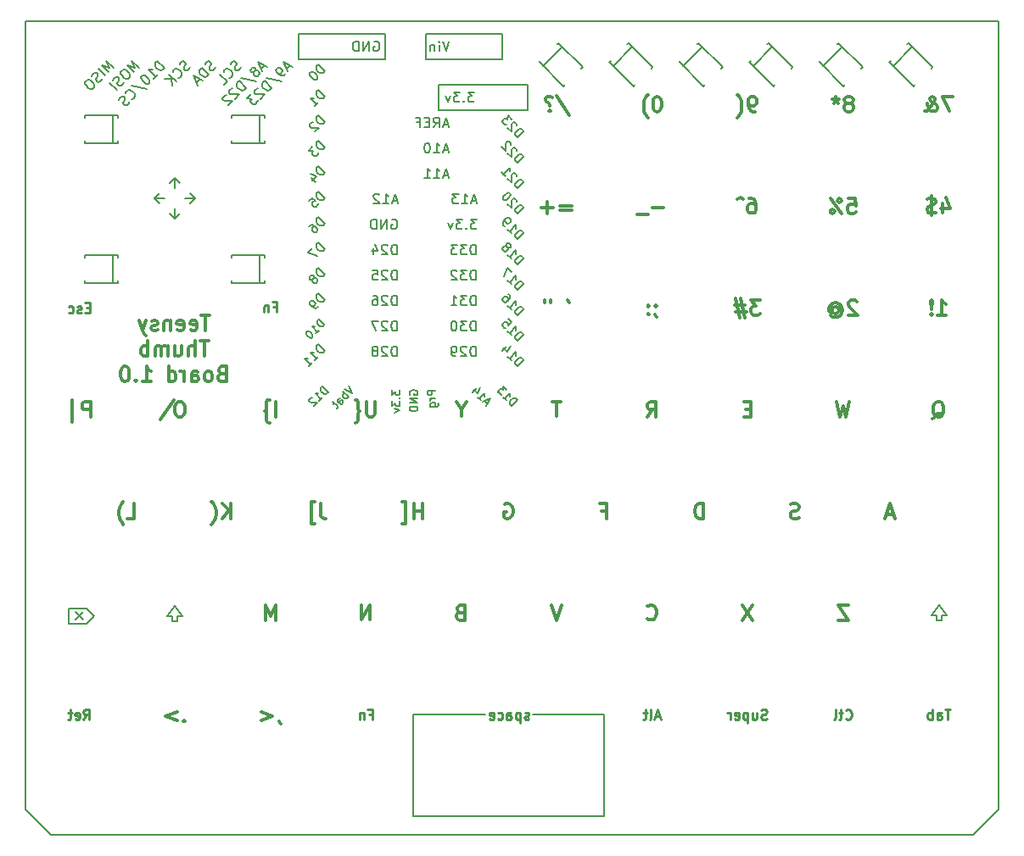
<source format=gbr>
%TF.GenerationSoftware,KiCad,Pcbnew,5.0.1-33cea8e~68~ubuntu16.04.1*%
%TF.CreationDate,2018-11-11T12:10:47-08:00*%
%TF.ProjectId,teensythumbboard,7465656E73797468756D62626F617264,rev?*%
%TF.SameCoordinates,PX68290a0PY463f660*%
%TF.FileFunction,Legend,Bot*%
%TF.FilePolarity,Positive*%
%FSLAX46Y46*%
G04 Gerber Fmt 4.6, Leading zero omitted, Abs format (unit mm)*
G04 Created by KiCad (PCBNEW 5.0.1-33cea8e~68~ubuntu16.04.1) date Sun 11 Nov 2018 12:10:47 PM PST*
%MOMM*%
%LPD*%
G01*
G04 APERTURE LIST*
%ADD10C,0.300000*%
%ADD11C,0.250000*%
%ADD12C,0.200000*%
%ADD13C,0.150000*%
G04 APERTURE END LIST*
D10*
X10159714Y-49678571D02*
X10874000Y-49678571D01*
X10874000Y-48178571D01*
X9802571Y-50250000D02*
X9731142Y-50178571D01*
X9588285Y-49964285D01*
X9516857Y-49821428D01*
X9445428Y-49607142D01*
X9374000Y-49250000D01*
X9374000Y-48964285D01*
X9445428Y-48607142D01*
X9516857Y-48392857D01*
X9588285Y-48250000D01*
X9731142Y-48035714D01*
X9802571Y-47964285D01*
X20541857Y-49678571D02*
X20541857Y-48178571D01*
X19684714Y-49678571D02*
X20327571Y-48821428D01*
X19684714Y-48178571D02*
X20541857Y-49035714D01*
X18613285Y-50250000D02*
X18684714Y-50178571D01*
X18827571Y-49964285D01*
X18899000Y-49821428D01*
X18970428Y-49607142D01*
X19041857Y-49250000D01*
X19041857Y-48964285D01*
X18970428Y-48607142D01*
X18899000Y-48392857D01*
X18827571Y-48250000D01*
X18684714Y-48035714D01*
X18613285Y-47964285D01*
X29459714Y-48178571D02*
X29459714Y-49250000D01*
X29531142Y-49464285D01*
X29674000Y-49607142D01*
X29888285Y-49678571D01*
X30031142Y-49678571D01*
X28888285Y-50178571D02*
X28531142Y-50178571D01*
X28531142Y-48035714D01*
X28888285Y-48035714D01*
X86681142Y-49250000D02*
X85966857Y-49250000D01*
X86824000Y-49678571D02*
X86324000Y-48178571D01*
X85824000Y-49678571D01*
X77227571Y-49607142D02*
X77013285Y-49678571D01*
X76656142Y-49678571D01*
X76513285Y-49607142D01*
X76441857Y-49535714D01*
X76370428Y-49392857D01*
X76370428Y-49250000D01*
X76441857Y-49107142D01*
X76513285Y-49035714D01*
X76656142Y-48964285D01*
X76941857Y-48892857D01*
X77084714Y-48821428D01*
X77156142Y-48750000D01*
X77227571Y-48607142D01*
X77227571Y-48464285D01*
X77156142Y-48321428D01*
X77084714Y-48250000D01*
X76941857Y-48178571D01*
X76584714Y-48178571D01*
X76370428Y-48250000D01*
X67666857Y-49678571D02*
X67666857Y-48178571D01*
X67309714Y-48178571D01*
X67095428Y-48250000D01*
X66952571Y-48392857D01*
X66881142Y-48535714D01*
X66809714Y-48821428D01*
X66809714Y-49035714D01*
X66881142Y-49321428D01*
X66952571Y-49464285D01*
X67095428Y-49607142D01*
X67309714Y-49678571D01*
X67666857Y-49678571D01*
X39627571Y-49678571D02*
X39627571Y-48178571D01*
X39627571Y-48892857D02*
X38770428Y-48892857D01*
X38770428Y-49678571D02*
X38770428Y-48178571D01*
X37627571Y-50178571D02*
X37984714Y-50178571D01*
X37984714Y-48035714D01*
X37627571Y-48035714D01*
X57534714Y-48892857D02*
X58034714Y-48892857D01*
X58034714Y-49678571D02*
X58034714Y-48178571D01*
X57320428Y-48178571D01*
X47831142Y-48250000D02*
X47974000Y-48178571D01*
X48188285Y-48178571D01*
X48402571Y-48250000D01*
X48545428Y-48392857D01*
X48616857Y-48535714D01*
X48688285Y-48821428D01*
X48688285Y-49035714D01*
X48616857Y-49321428D01*
X48545428Y-49464285D01*
X48402571Y-49607142D01*
X48188285Y-49678571D01*
X48045428Y-49678571D01*
X47831142Y-49607142D01*
X47759714Y-49535714D01*
X47759714Y-49035714D01*
X48045428Y-49035714D01*
X73350000Y-27858571D02*
X72421428Y-27858571D01*
X72921428Y-28430000D01*
X72707142Y-28430000D01*
X72564285Y-28501428D01*
X72492857Y-28572857D01*
X72421428Y-28715714D01*
X72421428Y-29072857D01*
X72492857Y-29215714D01*
X72564285Y-29287142D01*
X72707142Y-29358571D01*
X73135714Y-29358571D01*
X73278571Y-29287142D01*
X73350000Y-29215714D01*
X71850000Y-28358571D02*
X70778571Y-28358571D01*
X71421428Y-27715714D02*
X71850000Y-29644285D01*
X70921428Y-29001428D02*
X71992857Y-29001428D01*
X71350000Y-29644285D02*
X70921428Y-27715714D01*
D11*
X24784523Y-28503571D02*
X25117857Y-28503571D01*
X25117857Y-29027380D02*
X25117857Y-28027380D01*
X24641666Y-28027380D01*
X24260714Y-28360714D02*
X24260714Y-29027380D01*
X24260714Y-28455952D02*
X24213095Y-28408333D01*
X24117857Y-28360714D01*
X23975000Y-28360714D01*
X23879761Y-28408333D01*
X23832142Y-28503571D01*
X23832142Y-29027380D01*
X6472619Y-28608571D02*
X6139285Y-28608571D01*
X5996428Y-29132380D02*
X6472619Y-29132380D01*
X6472619Y-28132380D01*
X5996428Y-28132380D01*
X5615476Y-29084761D02*
X5520238Y-29132380D01*
X5329761Y-29132380D01*
X5234523Y-29084761D01*
X5186904Y-28989523D01*
X5186904Y-28941904D01*
X5234523Y-28846666D01*
X5329761Y-28799047D01*
X5472619Y-28799047D01*
X5567857Y-28751428D01*
X5615476Y-28656190D01*
X5615476Y-28608571D01*
X5567857Y-28513333D01*
X5472619Y-28465714D01*
X5329761Y-28465714D01*
X5234523Y-28513333D01*
X4329761Y-29084761D02*
X4425000Y-29132380D01*
X4615476Y-29132380D01*
X4710714Y-29084761D01*
X4758333Y-29037142D01*
X4805952Y-28941904D01*
X4805952Y-28656190D01*
X4758333Y-28560952D01*
X4710714Y-28513333D01*
X4615476Y-28465714D01*
X4425000Y-28465714D01*
X4329761Y-28513333D01*
D10*
X53050000Y-7437142D02*
X54335714Y-9365714D01*
X52335714Y-8865714D02*
X52264285Y-8937142D01*
X52335714Y-9008571D01*
X52407142Y-8937142D01*
X52335714Y-8865714D01*
X52335714Y-9008571D01*
X52621428Y-7580000D02*
X52478571Y-7508571D01*
X52121428Y-7508571D01*
X51978571Y-7580000D01*
X51907142Y-7722857D01*
X51907142Y-7865714D01*
X51978571Y-8008571D01*
X52050000Y-8080000D01*
X52192857Y-8151428D01*
X52264285Y-8222857D01*
X52335714Y-8365714D01*
X52335714Y-8437142D01*
X63146428Y-7538571D02*
X63003571Y-7538571D01*
X62860714Y-7610000D01*
X62789285Y-7681428D01*
X62717857Y-7824285D01*
X62646428Y-8110000D01*
X62646428Y-8467142D01*
X62717857Y-8752857D01*
X62789285Y-8895714D01*
X62860714Y-8967142D01*
X63003571Y-9038571D01*
X63146428Y-9038571D01*
X63289285Y-8967142D01*
X63360714Y-8895714D01*
X63432142Y-8752857D01*
X63503571Y-8467142D01*
X63503571Y-8110000D01*
X63432142Y-7824285D01*
X63360714Y-7681428D01*
X63289285Y-7610000D01*
X63146428Y-7538571D01*
X62146428Y-9610000D02*
X62075000Y-9538571D01*
X61932142Y-9324285D01*
X61860714Y-9181428D01*
X61789285Y-8967142D01*
X61717857Y-8610000D01*
X61717857Y-8324285D01*
X61789285Y-7967142D01*
X61860714Y-7752857D01*
X61932142Y-7610000D01*
X62075000Y-7395714D01*
X62146428Y-7324285D01*
X72885714Y-9038571D02*
X72600000Y-9038571D01*
X72457142Y-8967142D01*
X72385714Y-8895714D01*
X72242857Y-8681428D01*
X72171428Y-8395714D01*
X72171428Y-7824285D01*
X72242857Y-7681428D01*
X72314285Y-7610000D01*
X72457142Y-7538571D01*
X72742857Y-7538571D01*
X72885714Y-7610000D01*
X72957142Y-7681428D01*
X73028571Y-7824285D01*
X73028571Y-8181428D01*
X72957142Y-8324285D01*
X72885714Y-8395714D01*
X72742857Y-8467142D01*
X72457142Y-8467142D01*
X72314285Y-8395714D01*
X72242857Y-8324285D01*
X72171428Y-8181428D01*
X71100000Y-9610000D02*
X71171428Y-9538571D01*
X71314285Y-9324285D01*
X71385714Y-9181428D01*
X71457142Y-8967142D01*
X71528571Y-8610000D01*
X71528571Y-8324285D01*
X71457142Y-7967142D01*
X71385714Y-7752857D01*
X71314285Y-7610000D01*
X71171428Y-7395714D01*
X71100000Y-7324285D01*
X82339285Y-8181428D02*
X82482142Y-8110000D01*
X82553571Y-8038571D01*
X82625000Y-7895714D01*
X82625000Y-7824285D01*
X82553571Y-7681428D01*
X82482142Y-7610000D01*
X82339285Y-7538571D01*
X82053571Y-7538571D01*
X81910714Y-7610000D01*
X81839285Y-7681428D01*
X81767857Y-7824285D01*
X81767857Y-7895714D01*
X81839285Y-8038571D01*
X81910714Y-8110000D01*
X82053571Y-8181428D01*
X82339285Y-8181428D01*
X82482142Y-8252857D01*
X82553571Y-8324285D01*
X82625000Y-8467142D01*
X82625000Y-8752857D01*
X82553571Y-8895714D01*
X82482142Y-8967142D01*
X82339285Y-9038571D01*
X82053571Y-9038571D01*
X81910714Y-8967142D01*
X81839285Y-8895714D01*
X81767857Y-8752857D01*
X81767857Y-8467142D01*
X81839285Y-8324285D01*
X81910714Y-8252857D01*
X82053571Y-8181428D01*
X80910714Y-7538571D02*
X80910714Y-7895714D01*
X81267857Y-7752857D02*
X80910714Y-7895714D01*
X80553571Y-7752857D01*
X81125000Y-8181428D02*
X80910714Y-7895714D01*
X80696428Y-8181428D01*
X92578571Y-7508571D02*
X91578571Y-7508571D01*
X92221428Y-9008571D01*
X89792857Y-9008571D02*
X89864285Y-9008571D01*
X90007142Y-8937142D01*
X90221428Y-8722857D01*
X90578571Y-8294285D01*
X90721428Y-8080000D01*
X90792857Y-7865714D01*
X90792857Y-7722857D01*
X90721428Y-7580000D01*
X90578571Y-7508571D01*
X90507142Y-7508571D01*
X90364285Y-7580000D01*
X90292857Y-7722857D01*
X90292857Y-7794285D01*
X90364285Y-7937142D01*
X90435714Y-8008571D01*
X90864285Y-8294285D01*
X90935714Y-8365714D01*
X91007142Y-8508571D01*
X91007142Y-8722857D01*
X90935714Y-8865714D01*
X90864285Y-8937142D01*
X90721428Y-9008571D01*
X90507142Y-9008571D01*
X90364285Y-8937142D01*
X90292857Y-8865714D01*
X90078571Y-8580000D01*
X90007142Y-8365714D01*
X90007142Y-8222857D01*
X54550000Y-18412857D02*
X53407142Y-18412857D01*
X53407142Y-18841428D02*
X54550000Y-18841428D01*
X52692857Y-18627142D02*
X51550000Y-18627142D01*
X52121428Y-19198571D02*
X52121428Y-18055714D01*
X63717857Y-18597142D02*
X62575000Y-18597142D01*
X62217857Y-19311428D02*
X61075000Y-19311428D01*
X72242857Y-17668571D02*
X72528571Y-17668571D01*
X72671428Y-17740000D01*
X72742857Y-17811428D01*
X72885714Y-18025714D01*
X72957142Y-18311428D01*
X72957142Y-18882857D01*
X72885714Y-19025714D01*
X72814285Y-19097142D01*
X72671428Y-19168571D01*
X72385714Y-19168571D01*
X72242857Y-19097142D01*
X72171428Y-19025714D01*
X72100000Y-18882857D01*
X72100000Y-18525714D01*
X72171428Y-18382857D01*
X72242857Y-18311428D01*
X72385714Y-18240000D01*
X72671428Y-18240000D01*
X72814285Y-18311428D01*
X72885714Y-18382857D01*
X72957142Y-18525714D01*
X71671428Y-17811428D02*
X71385714Y-17597142D01*
X71100000Y-17811428D01*
X82125000Y-17698571D02*
X82839285Y-17698571D01*
X82910714Y-18412857D01*
X82839285Y-18341428D01*
X82696428Y-18270000D01*
X82339285Y-18270000D01*
X82196428Y-18341428D01*
X82125000Y-18412857D01*
X82053571Y-18555714D01*
X82053571Y-18912857D01*
X82125000Y-19055714D01*
X82196428Y-19127142D01*
X82339285Y-19198571D01*
X82696428Y-19198571D01*
X82839285Y-19127142D01*
X82910714Y-19055714D01*
X81482142Y-19198571D02*
X80339285Y-17698571D01*
X81267857Y-17698571D02*
X81125000Y-17770000D01*
X81053571Y-17912857D01*
X81125000Y-18055714D01*
X81267857Y-18127142D01*
X81410714Y-18055714D01*
X81482142Y-17912857D01*
X81410714Y-17770000D01*
X81267857Y-17698571D01*
X80410714Y-19127142D02*
X80339285Y-18984285D01*
X80410714Y-18841428D01*
X80553571Y-18770000D01*
X80696428Y-18841428D01*
X80767857Y-18984285D01*
X80696428Y-19127142D01*
X80553571Y-19198571D01*
X80410714Y-19127142D01*
X91578571Y-18168571D02*
X91578571Y-19168571D01*
X91935714Y-17597142D02*
X92292857Y-18668571D01*
X91364285Y-18668571D01*
X90864285Y-19097142D02*
X90650000Y-19168571D01*
X90292857Y-19168571D01*
X90150000Y-19097142D01*
X90078571Y-19025714D01*
X90007142Y-18882857D01*
X90007142Y-18740000D01*
X90078571Y-18597142D01*
X90150000Y-18525714D01*
X90292857Y-18454285D01*
X90578571Y-18382857D01*
X90721428Y-18311428D01*
X90792857Y-18240000D01*
X90864285Y-18097142D01*
X90864285Y-17954285D01*
X90792857Y-17811428D01*
X90721428Y-17740000D01*
X90578571Y-17668571D01*
X90221428Y-17668571D01*
X90007142Y-17740000D01*
X90435714Y-17454285D02*
X90435714Y-19382857D01*
X54121428Y-27828571D02*
X54264285Y-28114285D01*
X52407142Y-27828571D02*
X52407142Y-28114285D01*
X51835714Y-27828571D02*
X51835714Y-28114285D01*
X62860714Y-29257142D02*
X62860714Y-29328571D01*
X62932142Y-29471428D01*
X63003571Y-29542857D01*
X62932142Y-28400000D02*
X62860714Y-28471428D01*
X62932142Y-28542857D01*
X63003571Y-28471428D01*
X62932142Y-28400000D01*
X62932142Y-28542857D01*
X62217857Y-29185714D02*
X62146428Y-29257142D01*
X62217857Y-29328571D01*
X62289285Y-29257142D01*
X62217857Y-29185714D01*
X62217857Y-29328571D01*
X62217857Y-28400000D02*
X62146428Y-28471428D01*
X62217857Y-28542857D01*
X62289285Y-28471428D01*
X62217857Y-28400000D01*
X62217857Y-28542857D01*
X83017857Y-28001428D02*
X82946428Y-27930000D01*
X82803571Y-27858571D01*
X82446428Y-27858571D01*
X82303571Y-27930000D01*
X82232142Y-28001428D01*
X82160714Y-28144285D01*
X82160714Y-28287142D01*
X82232142Y-28501428D01*
X83089285Y-29358571D01*
X82160714Y-29358571D01*
X80589285Y-28644285D02*
X80660714Y-28572857D01*
X80803571Y-28501428D01*
X80946428Y-28501428D01*
X81089285Y-28572857D01*
X81160714Y-28644285D01*
X81232142Y-28787142D01*
X81232142Y-28930000D01*
X81160714Y-29072857D01*
X81089285Y-29144285D01*
X80946428Y-29215714D01*
X80803571Y-29215714D01*
X80660714Y-29144285D01*
X80589285Y-29072857D01*
X80589285Y-28501428D02*
X80589285Y-29072857D01*
X80517857Y-29144285D01*
X80446428Y-29144285D01*
X80303571Y-29072857D01*
X80232142Y-28930000D01*
X80232142Y-28572857D01*
X80375000Y-28358571D01*
X80589285Y-28215714D01*
X80875000Y-28144285D01*
X81160714Y-28215714D01*
X81375000Y-28358571D01*
X81517857Y-28572857D01*
X81589285Y-28858571D01*
X81517857Y-29144285D01*
X81375000Y-29358571D01*
X81160714Y-29501428D01*
X80875000Y-29572857D01*
X80589285Y-29501428D01*
X80375000Y-29358571D01*
X91078571Y-29358571D02*
X91935714Y-29358571D01*
X91507142Y-29358571D02*
X91507142Y-27858571D01*
X91650000Y-28072857D01*
X91792857Y-28215714D01*
X91935714Y-28287142D01*
X90435714Y-29215714D02*
X90364285Y-29287142D01*
X90435714Y-29358571D01*
X90507142Y-29287142D01*
X90435714Y-29215714D01*
X90435714Y-29358571D01*
X90435714Y-28787142D02*
X90507142Y-27930000D01*
X90435714Y-27858571D01*
X90364285Y-27930000D01*
X90435714Y-28787142D01*
X90435714Y-27858571D01*
X6532142Y-39518571D02*
X6532142Y-38018571D01*
X5960714Y-38018571D01*
X5817857Y-38090000D01*
X5746428Y-38161428D01*
X5675000Y-38304285D01*
X5675000Y-38518571D01*
X5746428Y-38661428D01*
X5817857Y-38732857D01*
X5960714Y-38804285D01*
X6532142Y-38804285D01*
X4675000Y-40018571D02*
X4675000Y-37875714D01*
X15592857Y-38018571D02*
X15307142Y-38018571D01*
X15164285Y-38090000D01*
X15021428Y-38232857D01*
X14950000Y-38518571D01*
X14950000Y-39018571D01*
X15021428Y-39304285D01*
X15164285Y-39447142D01*
X15307142Y-39518571D01*
X15592857Y-39518571D01*
X15735714Y-39447142D01*
X15878571Y-39304285D01*
X15950000Y-39018571D01*
X15950000Y-38518571D01*
X15878571Y-38232857D01*
X15735714Y-38090000D01*
X15592857Y-38018571D01*
X14807142Y-37875714D02*
X13521428Y-39804285D01*
X24975000Y-39518571D02*
X24975000Y-38018571D01*
X24403571Y-40090000D02*
X24332142Y-40090000D01*
X24189285Y-40018571D01*
X24117857Y-39875714D01*
X24117857Y-39161428D01*
X24046428Y-39018571D01*
X23903571Y-38947142D01*
X24046428Y-38875714D01*
X24117857Y-38732857D01*
X24117857Y-38018571D01*
X24189285Y-37875714D01*
X24332142Y-37804285D01*
X24403571Y-37804285D01*
X34928571Y-38018571D02*
X34928571Y-39232857D01*
X34857142Y-39375714D01*
X34785714Y-39447142D01*
X34642857Y-39518571D01*
X34357142Y-39518571D01*
X34214285Y-39447142D01*
X34142857Y-39375714D01*
X34071428Y-39232857D01*
X34071428Y-38018571D01*
X32928571Y-40090000D02*
X33000000Y-40090000D01*
X33142857Y-40018571D01*
X33214285Y-39875714D01*
X33214285Y-39161428D01*
X33285714Y-39018571D01*
X33428571Y-38947142D01*
X33285714Y-38875714D01*
X33214285Y-38732857D01*
X33214285Y-38018571D01*
X33142857Y-37875714D01*
X33000000Y-37804285D01*
X32928571Y-37804285D01*
X43525000Y-38774285D02*
X43525000Y-39488571D01*
X44025000Y-37988571D02*
X43525000Y-38774285D01*
X43025000Y-37988571D01*
X53478571Y-37988571D02*
X52621428Y-37988571D01*
X53050000Y-39488571D02*
X53050000Y-37988571D01*
X62110714Y-39518571D02*
X62610714Y-38804285D01*
X62967857Y-39518571D02*
X62967857Y-38018571D01*
X62396428Y-38018571D01*
X62253571Y-38090000D01*
X62182142Y-38161428D01*
X62110714Y-38304285D01*
X62110714Y-38518571D01*
X62182142Y-38661428D01*
X62253571Y-38732857D01*
X62396428Y-38804285D01*
X62967857Y-38804285D01*
X72421428Y-38732857D02*
X71921428Y-38732857D01*
X71707142Y-39518571D02*
X72421428Y-39518571D01*
X72421428Y-38018571D01*
X71707142Y-38018571D01*
X82267857Y-38018571D02*
X81910714Y-39518571D01*
X81625000Y-38447142D01*
X81339285Y-39518571D01*
X80982142Y-38018571D01*
X90578571Y-39661428D02*
X90721428Y-39590000D01*
X90864285Y-39447142D01*
X91078571Y-39232857D01*
X91221428Y-39161428D01*
X91364285Y-39161428D01*
X91292857Y-39518571D02*
X91435714Y-39447142D01*
X91578571Y-39304285D01*
X91650000Y-39018571D01*
X91650000Y-38518571D01*
X91578571Y-38232857D01*
X91435714Y-38090000D01*
X91292857Y-38018571D01*
X91007142Y-38018571D01*
X90864285Y-38090000D01*
X90721428Y-38232857D01*
X90650000Y-38518571D01*
X90650000Y-39018571D01*
X90721428Y-39304285D01*
X90864285Y-39447142D01*
X91007142Y-39518571D01*
X91292857Y-39518571D01*
X24975000Y-59838571D02*
X24975000Y-58338571D01*
X24475000Y-59410000D01*
X23975000Y-58338571D01*
X23975000Y-59838571D01*
X34428571Y-59808571D02*
X34428571Y-58308571D01*
X33571428Y-59808571D01*
X33571428Y-58308571D01*
X43417857Y-59052857D02*
X43203571Y-59124285D01*
X43132142Y-59195714D01*
X43060714Y-59338571D01*
X43060714Y-59552857D01*
X43132142Y-59695714D01*
X43203571Y-59767142D01*
X43346428Y-59838571D01*
X43917857Y-59838571D01*
X43917857Y-58338571D01*
X43417857Y-58338571D01*
X43275000Y-58410000D01*
X43203571Y-58481428D01*
X43132142Y-58624285D01*
X43132142Y-58767142D01*
X43203571Y-58910000D01*
X43275000Y-58981428D01*
X43417857Y-59052857D01*
X43917857Y-59052857D01*
X53550000Y-58338571D02*
X53050000Y-59838571D01*
X52550000Y-58338571D01*
X62110714Y-59665714D02*
X62182142Y-59737142D01*
X62396428Y-59808571D01*
X62539285Y-59808571D01*
X62753571Y-59737142D01*
X62896428Y-59594285D01*
X62967857Y-59451428D01*
X63039285Y-59165714D01*
X63039285Y-58951428D01*
X62967857Y-58665714D01*
X62896428Y-58522857D01*
X62753571Y-58380000D01*
X62539285Y-58308571D01*
X62396428Y-58308571D01*
X62182142Y-58380000D01*
X62110714Y-58451428D01*
X72600000Y-58338571D02*
X71600000Y-59838571D01*
X71600000Y-58338571D02*
X72600000Y-59838571D01*
X82125000Y-58338571D02*
X81125000Y-58338571D01*
X82125000Y-59838571D01*
X81125000Y-59838571D01*
D12*
X14685400Y-59969400D02*
X15193400Y-59969400D01*
X14685400Y-59461400D02*
X14685400Y-59969400D01*
X15193400Y-59969400D02*
X15193400Y-59461400D01*
X15193400Y-59461400D02*
X15701400Y-59461400D01*
X14177400Y-59461400D02*
X14685400Y-59461400D01*
X14939400Y-58445400D02*
X14177400Y-59461400D01*
X15701400Y-59461400D02*
X14939400Y-58445400D01*
X5780671Y-59007853D02*
X5018671Y-59769853D01*
X6161671Y-60150853D02*
X4383671Y-60150853D01*
X5780671Y-59769853D02*
X5018671Y-59007853D01*
X4383671Y-58626853D02*
X6161671Y-58626853D01*
X6161671Y-58626853D02*
X6923671Y-59388853D01*
X6923671Y-59388853D02*
X6161671Y-60150853D01*
X4383671Y-60150853D02*
X4383671Y-58626853D01*
X91964900Y-59334400D02*
X91202900Y-58318400D01*
X91202900Y-58318400D02*
X90440900Y-59334400D01*
X90440900Y-59334400D02*
X90948900Y-59334400D01*
X90948900Y-59334400D02*
X90948900Y-59842400D01*
X90948900Y-59842400D02*
X91456900Y-59842400D01*
X91456900Y-59842400D02*
X91456900Y-59334400D01*
X91456900Y-59334400D02*
X91964900Y-59334400D01*
X38762500Y-69290000D02*
X38762500Y-79450000D01*
X38762500Y-79450000D02*
X57812500Y-79450000D01*
X57812500Y-79450000D02*
X57812500Y-69290000D01*
X50668750Y-69290000D02*
X57812500Y-69290000D01*
X45906250Y-69290000D02*
X38762500Y-69290000D01*
D11*
X34309523Y-69218571D02*
X34642857Y-69218571D01*
X34642857Y-69742380D02*
X34642857Y-68742380D01*
X34166666Y-68742380D01*
X33785714Y-69075714D02*
X33785714Y-69742380D01*
X33785714Y-69170952D02*
X33738095Y-69123333D01*
X33642857Y-69075714D01*
X33500000Y-69075714D01*
X33404761Y-69123333D01*
X33357142Y-69218571D01*
X33357142Y-69742380D01*
D10*
X25332142Y-69897142D02*
X25332142Y-69968571D01*
X25403571Y-70111428D01*
X25475000Y-70182857D01*
X23546428Y-68968571D02*
X24689285Y-69397142D01*
X23546428Y-69825714D01*
D11*
X92340476Y-68742380D02*
X91769047Y-68742380D01*
X92054761Y-69742380D02*
X92054761Y-68742380D01*
X91007142Y-69742380D02*
X91007142Y-69218571D01*
X91054761Y-69123333D01*
X91150000Y-69075714D01*
X91340476Y-69075714D01*
X91435714Y-69123333D01*
X91007142Y-69694761D02*
X91102380Y-69742380D01*
X91340476Y-69742380D01*
X91435714Y-69694761D01*
X91483333Y-69599523D01*
X91483333Y-69504285D01*
X91435714Y-69409047D01*
X91340476Y-69361428D01*
X91102380Y-69361428D01*
X91007142Y-69313809D01*
X90530952Y-69742380D02*
X90530952Y-68742380D01*
X90530952Y-69123333D02*
X90435714Y-69075714D01*
X90245238Y-69075714D01*
X90150000Y-69123333D01*
X90102380Y-69170952D01*
X90054761Y-69266190D01*
X90054761Y-69551904D01*
X90102380Y-69647142D01*
X90150000Y-69694761D01*
X90245238Y-69742380D01*
X90435714Y-69742380D01*
X90530952Y-69694761D01*
X81863095Y-69647142D02*
X81910714Y-69694761D01*
X82053571Y-69742380D01*
X82148809Y-69742380D01*
X82291666Y-69694761D01*
X82386904Y-69599523D01*
X82434523Y-69504285D01*
X82482142Y-69313809D01*
X82482142Y-69170952D01*
X82434523Y-68980476D01*
X82386904Y-68885238D01*
X82291666Y-68790000D01*
X82148809Y-68742380D01*
X82053571Y-68742380D01*
X81910714Y-68790000D01*
X81863095Y-68837619D01*
X81577380Y-69075714D02*
X81196428Y-69075714D01*
X81434523Y-68742380D02*
X81434523Y-69599523D01*
X81386904Y-69694761D01*
X81291666Y-69742380D01*
X81196428Y-69742380D01*
X80720238Y-69742380D02*
X80815476Y-69694761D01*
X80863095Y-69599523D01*
X80863095Y-68742380D01*
X74028571Y-69694761D02*
X73885714Y-69742380D01*
X73647619Y-69742380D01*
X73552380Y-69694761D01*
X73504761Y-69647142D01*
X73457142Y-69551904D01*
X73457142Y-69456666D01*
X73504761Y-69361428D01*
X73552380Y-69313809D01*
X73647619Y-69266190D01*
X73838095Y-69218571D01*
X73933333Y-69170952D01*
X73980952Y-69123333D01*
X74028571Y-69028095D01*
X74028571Y-68932857D01*
X73980952Y-68837619D01*
X73933333Y-68790000D01*
X73838095Y-68742380D01*
X73600000Y-68742380D01*
X73457142Y-68790000D01*
X72600000Y-69075714D02*
X72600000Y-69742380D01*
X73028571Y-69075714D02*
X73028571Y-69599523D01*
X72980952Y-69694761D01*
X72885714Y-69742380D01*
X72742857Y-69742380D01*
X72647619Y-69694761D01*
X72600000Y-69647142D01*
X72123809Y-69075714D02*
X72123809Y-70075714D01*
X72123809Y-69123333D02*
X72028571Y-69075714D01*
X71838095Y-69075714D01*
X71742857Y-69123333D01*
X71695238Y-69170952D01*
X71647619Y-69266190D01*
X71647619Y-69551904D01*
X71695238Y-69647142D01*
X71742857Y-69694761D01*
X71838095Y-69742380D01*
X72028571Y-69742380D01*
X72123809Y-69694761D01*
X70838095Y-69694761D02*
X70933333Y-69742380D01*
X71123809Y-69742380D01*
X71219047Y-69694761D01*
X71266666Y-69599523D01*
X71266666Y-69218571D01*
X71219047Y-69123333D01*
X71123809Y-69075714D01*
X70933333Y-69075714D01*
X70838095Y-69123333D01*
X70790476Y-69218571D01*
X70790476Y-69313809D01*
X71266666Y-69409047D01*
X70361904Y-69742380D02*
X70361904Y-69075714D01*
X70361904Y-69266190D02*
X70314285Y-69170952D01*
X70266666Y-69123333D01*
X70171428Y-69075714D01*
X70076190Y-69075714D01*
X63360714Y-69456666D02*
X62884523Y-69456666D01*
X63455952Y-69742380D02*
X63122619Y-68742380D01*
X62789285Y-69742380D01*
X62313095Y-69742380D02*
X62408333Y-69694761D01*
X62455952Y-69599523D01*
X62455952Y-68742380D01*
X62075000Y-69075714D02*
X61694047Y-69075714D01*
X61932142Y-68742380D02*
X61932142Y-69599523D01*
X61884523Y-69694761D01*
X61789285Y-69742380D01*
X61694047Y-69742380D01*
X50263690Y-69694761D02*
X50168452Y-69742380D01*
X49977976Y-69742380D01*
X49882738Y-69694761D01*
X49835119Y-69599523D01*
X49835119Y-69551904D01*
X49882738Y-69456666D01*
X49977976Y-69409047D01*
X50120833Y-69409047D01*
X50216071Y-69361428D01*
X50263690Y-69266190D01*
X50263690Y-69218571D01*
X50216071Y-69123333D01*
X50120833Y-69075714D01*
X49977976Y-69075714D01*
X49882738Y-69123333D01*
X49406547Y-69075714D02*
X49406547Y-70075714D01*
X49406547Y-69123333D02*
X49311309Y-69075714D01*
X49120833Y-69075714D01*
X49025595Y-69123333D01*
X48977976Y-69170952D01*
X48930357Y-69266190D01*
X48930357Y-69551904D01*
X48977976Y-69647142D01*
X49025595Y-69694761D01*
X49120833Y-69742380D01*
X49311309Y-69742380D01*
X49406547Y-69694761D01*
X48073214Y-69742380D02*
X48073214Y-69218571D01*
X48120833Y-69123333D01*
X48216071Y-69075714D01*
X48406547Y-69075714D01*
X48501785Y-69123333D01*
X48073214Y-69694761D02*
X48168452Y-69742380D01*
X48406547Y-69742380D01*
X48501785Y-69694761D01*
X48549404Y-69599523D01*
X48549404Y-69504285D01*
X48501785Y-69409047D01*
X48406547Y-69361428D01*
X48168452Y-69361428D01*
X48073214Y-69313809D01*
X47168452Y-69694761D02*
X47263690Y-69742380D01*
X47454166Y-69742380D01*
X47549404Y-69694761D01*
X47597023Y-69647142D01*
X47644642Y-69551904D01*
X47644642Y-69266190D01*
X47597023Y-69170952D01*
X47549404Y-69123333D01*
X47454166Y-69075714D01*
X47263690Y-69075714D01*
X47168452Y-69123333D01*
X46358928Y-69694761D02*
X46454166Y-69742380D01*
X46644642Y-69742380D01*
X46739880Y-69694761D01*
X46787500Y-69599523D01*
X46787500Y-69218571D01*
X46739880Y-69123333D01*
X46644642Y-69075714D01*
X46454166Y-69075714D01*
X46358928Y-69123333D01*
X46311309Y-69218571D01*
X46311309Y-69313809D01*
X46787500Y-69409047D01*
D10*
X15878571Y-69825714D02*
X15807142Y-69897142D01*
X15878571Y-69968571D01*
X15950000Y-69897142D01*
X15878571Y-69825714D01*
X15878571Y-69968571D01*
X15164285Y-68968571D02*
X14021428Y-69397142D01*
X15164285Y-69825714D01*
D11*
X5829761Y-69742380D02*
X6163095Y-69266190D01*
X6401190Y-69742380D02*
X6401190Y-68742380D01*
X6020238Y-68742380D01*
X5925000Y-68790000D01*
X5877380Y-68837619D01*
X5829761Y-68932857D01*
X5829761Y-69075714D01*
X5877380Y-69170952D01*
X5925000Y-69218571D01*
X6020238Y-69266190D01*
X6401190Y-69266190D01*
X5020238Y-69694761D02*
X5115476Y-69742380D01*
X5305952Y-69742380D01*
X5401190Y-69694761D01*
X5448809Y-69599523D01*
X5448809Y-69218571D01*
X5401190Y-69123333D01*
X5305952Y-69075714D01*
X5115476Y-69075714D01*
X5020238Y-69123333D01*
X4972619Y-69218571D01*
X4972619Y-69313809D01*
X5448809Y-69409047D01*
X4686904Y-69075714D02*
X4305952Y-69075714D01*
X4544047Y-68742380D02*
X4544047Y-69599523D01*
X4496428Y-69694761D01*
X4401190Y-69742380D01*
X4305952Y-69742380D01*
D12*
X14942820Y-18699480D02*
X14942820Y-19715480D01*
X14942820Y-19715480D02*
X14434820Y-19207480D01*
X14942820Y-19715480D02*
X15450820Y-19207480D01*
X15958820Y-17683480D02*
X16974820Y-17683480D01*
X16974820Y-17683480D02*
X16466820Y-17175480D01*
X16974820Y-17683480D02*
X16466820Y-18191480D01*
X14942820Y-16667480D02*
X14942820Y-15651480D01*
X14942820Y-15651480D02*
X15450820Y-16159480D01*
X14942820Y-15651480D02*
X14434820Y-16159480D01*
X13926820Y-17683480D02*
X12910820Y-17683480D01*
X13418820Y-17175480D02*
X12910820Y-17683480D01*
X12910820Y-17683480D02*
X13418820Y-18191480D01*
D13*
X86614000Y-4445000D02*
X88519000Y-2540000D01*
X88646000Y-6477000D02*
X88773000Y-6350000D01*
X88011000Y-2286000D02*
X88138000Y-2159000D01*
X86233000Y-4064000D02*
X88646000Y-6477000D01*
X88138000Y-2159000D02*
X90551000Y-4572000D01*
X90551000Y-4572000D02*
X90424000Y-4699000D01*
X86360000Y-3937000D02*
X86233000Y-4064000D01*
X79629000Y-4445000D02*
X81534000Y-2540000D01*
X81661000Y-6477000D02*
X81788000Y-6350000D01*
X81153000Y-2159000D02*
X83566000Y-4572000D01*
X81026000Y-2286000D02*
X81153000Y-2159000D01*
X79248000Y-4064000D02*
X81661000Y-6477000D01*
X79375000Y-3937000D02*
X79248000Y-4064000D01*
X83566000Y-4572000D02*
X83439000Y-4699000D01*
X72390000Y-3937000D02*
X72263000Y-4064000D01*
X74041000Y-2286000D02*
X74168000Y-2159000D01*
X72644000Y-4445000D02*
X74549000Y-2540000D01*
X74676000Y-6477000D02*
X74803000Y-6350000D01*
X76581000Y-4572000D02*
X76454000Y-4699000D01*
X74168000Y-2159000D02*
X76581000Y-4572000D01*
X72263000Y-4064000D02*
X74676000Y-6477000D01*
X65405000Y-3937000D02*
X65278000Y-4064000D01*
X65278000Y-4064000D02*
X67691000Y-6477000D01*
X69596000Y-4572000D02*
X69469000Y-4699000D01*
X67691000Y-6477000D02*
X67818000Y-6350000D01*
X67183000Y-2159000D02*
X69596000Y-4572000D01*
X67056000Y-2286000D02*
X67183000Y-2159000D01*
X65659000Y-4445000D02*
X67564000Y-2540000D01*
X58674000Y-4445000D02*
X60579000Y-2540000D01*
X60706000Y-6477000D02*
X60833000Y-6350000D01*
X60071000Y-2286000D02*
X60198000Y-2159000D01*
X58420000Y-3937000D02*
X58293000Y-4064000D01*
X60198000Y-2159000D02*
X62611000Y-4572000D01*
X58293000Y-4064000D02*
X60706000Y-6477000D01*
X62611000Y-4572000D02*
X62484000Y-4699000D01*
X51689000Y-4445000D02*
X53594000Y-2540000D01*
X53721000Y-6477000D02*
X53848000Y-6350000D01*
X51308000Y-4064000D02*
X53721000Y-6477000D01*
X51435000Y-3937000D02*
X51308000Y-4064000D01*
X55626000Y-4572000D02*
X55499000Y-4699000D01*
X53213000Y-2159000D02*
X55626000Y-4572000D01*
X53086000Y-2286000D02*
X53213000Y-2159000D01*
X20574000Y-12192000D02*
X23876000Y-12192000D01*
X23876000Y-12192000D02*
X23876000Y-11938000D01*
X20574000Y-9652000D02*
X20574000Y-9398000D01*
X23368000Y-9398000D02*
X23368000Y-12192000D01*
X20574000Y-11938000D02*
X20574000Y-12192000D01*
X23876000Y-9398000D02*
X23876000Y-9652000D01*
X20574000Y-9398000D02*
X23876000Y-9398000D01*
X20574000Y-26162000D02*
X23876000Y-26162000D01*
X20574000Y-25908000D02*
X20574000Y-26162000D01*
X23876000Y-23368000D02*
X23876000Y-23622000D01*
X23876000Y-26162000D02*
X23876000Y-25908000D01*
X20574000Y-23622000D02*
X20574000Y-23368000D01*
X20574000Y-23368000D02*
X23876000Y-23368000D01*
X23368000Y-23368000D02*
X23368000Y-26162000D01*
X8763000Y-23368000D02*
X8763000Y-26162000D01*
X5969000Y-26162000D02*
X9271000Y-26162000D01*
X5969000Y-23368000D02*
X9271000Y-23368000D01*
X5969000Y-25908000D02*
X5969000Y-26162000D01*
X9271000Y-23368000D02*
X9271000Y-23622000D01*
X5969000Y-23622000D02*
X5969000Y-23368000D01*
X9271000Y-26162000D02*
X9271000Y-25908000D01*
X8763000Y-9398000D02*
X8763000Y-12192000D01*
X5969000Y-9652000D02*
X5969000Y-9398000D01*
X9271000Y-12192000D02*
X9271000Y-11938000D01*
X5969000Y-12192000D02*
X9271000Y-12192000D01*
X5969000Y-11938000D02*
X5969000Y-12192000D01*
X9271000Y-9398000D02*
X9271000Y-9652000D01*
X5969000Y-9398000D02*
X9271000Y-9398000D01*
D10*
X18430428Y-29394571D02*
X17573285Y-29394571D01*
X18001857Y-30894571D02*
X18001857Y-29394571D01*
X16501857Y-30823142D02*
X16644714Y-30894571D01*
X16930428Y-30894571D01*
X17073285Y-30823142D01*
X17144714Y-30680285D01*
X17144714Y-30108857D01*
X17073285Y-29966000D01*
X16930428Y-29894571D01*
X16644714Y-29894571D01*
X16501857Y-29966000D01*
X16430428Y-30108857D01*
X16430428Y-30251714D01*
X17144714Y-30394571D01*
X15216142Y-30823142D02*
X15359000Y-30894571D01*
X15644714Y-30894571D01*
X15787571Y-30823142D01*
X15859000Y-30680285D01*
X15859000Y-30108857D01*
X15787571Y-29966000D01*
X15644714Y-29894571D01*
X15359000Y-29894571D01*
X15216142Y-29966000D01*
X15144714Y-30108857D01*
X15144714Y-30251714D01*
X15859000Y-30394571D01*
X14501857Y-29894571D02*
X14501857Y-30894571D01*
X14501857Y-30037428D02*
X14430428Y-29966000D01*
X14287571Y-29894571D01*
X14073285Y-29894571D01*
X13930428Y-29966000D01*
X13859000Y-30108857D01*
X13859000Y-30894571D01*
X13216142Y-30823142D02*
X13073285Y-30894571D01*
X12787571Y-30894571D01*
X12644714Y-30823142D01*
X12573285Y-30680285D01*
X12573285Y-30608857D01*
X12644714Y-30466000D01*
X12787571Y-30394571D01*
X13001857Y-30394571D01*
X13144714Y-30323142D01*
X13216142Y-30180285D01*
X13216142Y-30108857D01*
X13144714Y-29966000D01*
X13001857Y-29894571D01*
X12787571Y-29894571D01*
X12644714Y-29966000D01*
X12073285Y-29894571D02*
X11716142Y-30894571D01*
X11359000Y-29894571D02*
X11716142Y-30894571D01*
X11859000Y-31251714D01*
X11930428Y-31323142D01*
X12073285Y-31394571D01*
X18323285Y-31944571D02*
X17466142Y-31944571D01*
X17894714Y-33444571D02*
X17894714Y-31944571D01*
X16966142Y-33444571D02*
X16966142Y-31944571D01*
X16323285Y-33444571D02*
X16323285Y-32658857D01*
X16394714Y-32516000D01*
X16537571Y-32444571D01*
X16751857Y-32444571D01*
X16894714Y-32516000D01*
X16966142Y-32587428D01*
X14966142Y-32444571D02*
X14966142Y-33444571D01*
X15609000Y-32444571D02*
X15609000Y-33230285D01*
X15537571Y-33373142D01*
X15394714Y-33444571D01*
X15180428Y-33444571D01*
X15037571Y-33373142D01*
X14966142Y-33301714D01*
X14251857Y-33444571D02*
X14251857Y-32444571D01*
X14251857Y-32587428D02*
X14180428Y-32516000D01*
X14037571Y-32444571D01*
X13823285Y-32444571D01*
X13680428Y-32516000D01*
X13609000Y-32658857D01*
X13609000Y-33444571D01*
X13609000Y-32658857D02*
X13537571Y-32516000D01*
X13394714Y-32444571D01*
X13180428Y-32444571D01*
X13037571Y-32516000D01*
X12966142Y-32658857D01*
X12966142Y-33444571D01*
X12251857Y-33444571D02*
X12251857Y-31944571D01*
X12251857Y-32516000D02*
X12109000Y-32444571D01*
X11823285Y-32444571D01*
X11680428Y-32516000D01*
X11609000Y-32587428D01*
X11537571Y-32730285D01*
X11537571Y-33158857D01*
X11609000Y-33301714D01*
X11680428Y-33373142D01*
X11823285Y-33444571D01*
X12109000Y-33444571D01*
X12251857Y-33373142D01*
X19609000Y-35208857D02*
X19394714Y-35280285D01*
X19323285Y-35351714D01*
X19251857Y-35494571D01*
X19251857Y-35708857D01*
X19323285Y-35851714D01*
X19394714Y-35923142D01*
X19537571Y-35994571D01*
X20109000Y-35994571D01*
X20109000Y-34494571D01*
X19609000Y-34494571D01*
X19466142Y-34566000D01*
X19394714Y-34637428D01*
X19323285Y-34780285D01*
X19323285Y-34923142D01*
X19394714Y-35066000D01*
X19466142Y-35137428D01*
X19609000Y-35208857D01*
X20109000Y-35208857D01*
X18394714Y-35994571D02*
X18537571Y-35923142D01*
X18609000Y-35851714D01*
X18680428Y-35708857D01*
X18680428Y-35280285D01*
X18609000Y-35137428D01*
X18537571Y-35066000D01*
X18394714Y-34994571D01*
X18180428Y-34994571D01*
X18037571Y-35066000D01*
X17966142Y-35137428D01*
X17894714Y-35280285D01*
X17894714Y-35708857D01*
X17966142Y-35851714D01*
X18037571Y-35923142D01*
X18180428Y-35994571D01*
X18394714Y-35994571D01*
X16609000Y-35994571D02*
X16609000Y-35208857D01*
X16680428Y-35066000D01*
X16823285Y-34994571D01*
X17109000Y-34994571D01*
X17251857Y-35066000D01*
X16609000Y-35923142D02*
X16751857Y-35994571D01*
X17109000Y-35994571D01*
X17251857Y-35923142D01*
X17323285Y-35780285D01*
X17323285Y-35637428D01*
X17251857Y-35494571D01*
X17109000Y-35423142D01*
X16751857Y-35423142D01*
X16609000Y-35351714D01*
X15894714Y-35994571D02*
X15894714Y-34994571D01*
X15894714Y-35280285D02*
X15823285Y-35137428D01*
X15751857Y-35066000D01*
X15609000Y-34994571D01*
X15466142Y-34994571D01*
X14323285Y-35994571D02*
X14323285Y-34494571D01*
X14323285Y-35923142D02*
X14466142Y-35994571D01*
X14751857Y-35994571D01*
X14894714Y-35923142D01*
X14966142Y-35851714D01*
X15037571Y-35708857D01*
X15037571Y-35280285D01*
X14966142Y-35137428D01*
X14894714Y-35066000D01*
X14751857Y-34994571D01*
X14466142Y-34994571D01*
X14323285Y-35066000D01*
X11680428Y-35994571D02*
X12537571Y-35994571D01*
X12109000Y-35994571D02*
X12109000Y-34494571D01*
X12251857Y-34708857D01*
X12394714Y-34851714D01*
X12537571Y-34923142D01*
X11037571Y-35851714D02*
X10966142Y-35923142D01*
X11037571Y-35994571D01*
X11109000Y-35923142D01*
X11037571Y-35851714D01*
X11037571Y-35994571D01*
X10037571Y-34494571D02*
X9894714Y-34494571D01*
X9751857Y-34566000D01*
X9680428Y-34637428D01*
X9609000Y-34780285D01*
X9537571Y-35066000D01*
X9537571Y-35423142D01*
X9609000Y-35708857D01*
X9680428Y-35851714D01*
X9751857Y-35923142D01*
X9894714Y-35994571D01*
X10037571Y-35994571D01*
X10180428Y-35923142D01*
X10251857Y-35851714D01*
X10323285Y-35708857D01*
X10394714Y-35423142D01*
X10394714Y-35066000D01*
X10323285Y-34780285D01*
X10251857Y-34637428D01*
X10180428Y-34566000D01*
X10037571Y-34494571D01*
D13*
X41275000Y-8890000D02*
X41275000Y-6350000D01*
X50165000Y-8890000D02*
X41275000Y-8890000D01*
X50165000Y-6350000D02*
X50165000Y-8890000D01*
X41275000Y-6350000D02*
X50165000Y-6350000D01*
D12*
X44812142Y-7072380D02*
X44193095Y-7072380D01*
X44526428Y-7453333D01*
X44383571Y-7453333D01*
X44288333Y-7500952D01*
X44240714Y-7548571D01*
X44193095Y-7643809D01*
X44193095Y-7881904D01*
X44240714Y-7977142D01*
X44288333Y-8024761D01*
X44383571Y-8072380D01*
X44669285Y-8072380D01*
X44764523Y-8024761D01*
X44812142Y-7977142D01*
X43764523Y-7977142D02*
X43716904Y-8024761D01*
X43764523Y-8072380D01*
X43812142Y-8024761D01*
X43764523Y-7977142D01*
X43764523Y-8072380D01*
X43383571Y-7072380D02*
X42764523Y-7072380D01*
X43097857Y-7453333D01*
X42955000Y-7453333D01*
X42859761Y-7500952D01*
X42812142Y-7548571D01*
X42764523Y-7643809D01*
X42764523Y-7881904D01*
X42812142Y-7977142D01*
X42859761Y-8024761D01*
X42955000Y-8072380D01*
X43240714Y-8072380D01*
X43335952Y-8024761D01*
X43383571Y-7977142D01*
X42431190Y-7405714D02*
X42193095Y-8072380D01*
X41955000Y-7405714D01*
D13*
X35941000Y-1270000D02*
X27305000Y-1270000D01*
X35941000Y-3810000D02*
X35941000Y-1270000D01*
X27305000Y-3810000D02*
X35941000Y-3810000D01*
X27305000Y-1270000D02*
X27305000Y-3810000D01*
X40005000Y-1270000D02*
X42545000Y-1270000D01*
X40005000Y-3810000D02*
X40005000Y-1270000D01*
X47625000Y-3810000D02*
X40005000Y-3810000D01*
X47625000Y-1270000D02*
X47625000Y-3810000D01*
X42545000Y-1270000D02*
X47625000Y-1270000D01*
D12*
X44970904Y-33472380D02*
X44970904Y-32472380D01*
X44732809Y-32472380D01*
X44589952Y-32520000D01*
X44494714Y-32615238D01*
X44447095Y-32710476D01*
X44399476Y-32900952D01*
X44399476Y-33043809D01*
X44447095Y-33234285D01*
X44494714Y-33329523D01*
X44589952Y-33424761D01*
X44732809Y-33472380D01*
X44970904Y-33472380D01*
X44018523Y-32567619D02*
X43970904Y-32520000D01*
X43875666Y-32472380D01*
X43637571Y-32472380D01*
X43542333Y-32520000D01*
X43494714Y-32567619D01*
X43447095Y-32662857D01*
X43447095Y-32758095D01*
X43494714Y-32900952D01*
X44066142Y-33472380D01*
X43447095Y-33472380D01*
X42970904Y-33472380D02*
X42780428Y-33472380D01*
X42685190Y-33424761D01*
X42637571Y-33377142D01*
X42542333Y-33234285D01*
X42494714Y-33043809D01*
X42494714Y-32662857D01*
X42542333Y-32567619D01*
X42589952Y-32520000D01*
X42685190Y-32472380D01*
X42875666Y-32472380D01*
X42970904Y-32520000D01*
X43018523Y-32567619D01*
X43066142Y-32662857D01*
X43066142Y-32900952D01*
X43018523Y-32996190D01*
X42970904Y-33043809D01*
X42875666Y-33091428D01*
X42685190Y-33091428D01*
X42589952Y-33043809D01*
X42542333Y-32996190D01*
X42494714Y-32900952D01*
X44970904Y-30932380D02*
X44970904Y-29932380D01*
X44732809Y-29932380D01*
X44589952Y-29980000D01*
X44494714Y-30075238D01*
X44447095Y-30170476D01*
X44399476Y-30360952D01*
X44399476Y-30503809D01*
X44447095Y-30694285D01*
X44494714Y-30789523D01*
X44589952Y-30884761D01*
X44732809Y-30932380D01*
X44970904Y-30932380D01*
X44066142Y-29932380D02*
X43447095Y-29932380D01*
X43780428Y-30313333D01*
X43637571Y-30313333D01*
X43542333Y-30360952D01*
X43494714Y-30408571D01*
X43447095Y-30503809D01*
X43447095Y-30741904D01*
X43494714Y-30837142D01*
X43542333Y-30884761D01*
X43637571Y-30932380D01*
X43923285Y-30932380D01*
X44018523Y-30884761D01*
X44066142Y-30837142D01*
X42828047Y-29932380D02*
X42732809Y-29932380D01*
X42637571Y-29980000D01*
X42589952Y-30027619D01*
X42542333Y-30122857D01*
X42494714Y-30313333D01*
X42494714Y-30551428D01*
X42542333Y-30741904D01*
X42589952Y-30837142D01*
X42637571Y-30884761D01*
X42732809Y-30932380D01*
X42828047Y-30932380D01*
X42923285Y-30884761D01*
X42970904Y-30837142D01*
X43018523Y-30741904D01*
X43066142Y-30551428D01*
X43066142Y-30313333D01*
X43018523Y-30122857D01*
X42970904Y-30027619D01*
X42923285Y-29980000D01*
X42828047Y-29932380D01*
X44970904Y-28392380D02*
X44970904Y-27392380D01*
X44732809Y-27392380D01*
X44589952Y-27440000D01*
X44494714Y-27535238D01*
X44447095Y-27630476D01*
X44399476Y-27820952D01*
X44399476Y-27963809D01*
X44447095Y-28154285D01*
X44494714Y-28249523D01*
X44589952Y-28344761D01*
X44732809Y-28392380D01*
X44970904Y-28392380D01*
X44066142Y-27392380D02*
X43447095Y-27392380D01*
X43780428Y-27773333D01*
X43637571Y-27773333D01*
X43542333Y-27820952D01*
X43494714Y-27868571D01*
X43447095Y-27963809D01*
X43447095Y-28201904D01*
X43494714Y-28297142D01*
X43542333Y-28344761D01*
X43637571Y-28392380D01*
X43923285Y-28392380D01*
X44018523Y-28344761D01*
X44066142Y-28297142D01*
X42494714Y-28392380D02*
X43066142Y-28392380D01*
X42780428Y-28392380D02*
X42780428Y-27392380D01*
X42875666Y-27535238D01*
X42970904Y-27630476D01*
X43066142Y-27678095D01*
X44970904Y-25852380D02*
X44970904Y-24852380D01*
X44732809Y-24852380D01*
X44589952Y-24900000D01*
X44494714Y-24995238D01*
X44447095Y-25090476D01*
X44399476Y-25280952D01*
X44399476Y-25423809D01*
X44447095Y-25614285D01*
X44494714Y-25709523D01*
X44589952Y-25804761D01*
X44732809Y-25852380D01*
X44970904Y-25852380D01*
X44066142Y-24852380D02*
X43447095Y-24852380D01*
X43780428Y-25233333D01*
X43637571Y-25233333D01*
X43542333Y-25280952D01*
X43494714Y-25328571D01*
X43447095Y-25423809D01*
X43447095Y-25661904D01*
X43494714Y-25757142D01*
X43542333Y-25804761D01*
X43637571Y-25852380D01*
X43923285Y-25852380D01*
X44018523Y-25804761D01*
X44066142Y-25757142D01*
X43066142Y-24947619D02*
X43018523Y-24900000D01*
X42923285Y-24852380D01*
X42685190Y-24852380D01*
X42589952Y-24900000D01*
X42542333Y-24947619D01*
X42494714Y-25042857D01*
X42494714Y-25138095D01*
X42542333Y-25280952D01*
X43113761Y-25852380D01*
X42494714Y-25852380D01*
X44970904Y-23312380D02*
X44970904Y-22312380D01*
X44732809Y-22312380D01*
X44589952Y-22360000D01*
X44494714Y-22455238D01*
X44447095Y-22550476D01*
X44399476Y-22740952D01*
X44399476Y-22883809D01*
X44447095Y-23074285D01*
X44494714Y-23169523D01*
X44589952Y-23264761D01*
X44732809Y-23312380D01*
X44970904Y-23312380D01*
X44066142Y-22312380D02*
X43447095Y-22312380D01*
X43780428Y-22693333D01*
X43637571Y-22693333D01*
X43542333Y-22740952D01*
X43494714Y-22788571D01*
X43447095Y-22883809D01*
X43447095Y-23121904D01*
X43494714Y-23217142D01*
X43542333Y-23264761D01*
X43637571Y-23312380D01*
X43923285Y-23312380D01*
X44018523Y-23264761D01*
X44066142Y-23217142D01*
X43113761Y-22312380D02*
X42494714Y-22312380D01*
X42828047Y-22693333D01*
X42685190Y-22693333D01*
X42589952Y-22740952D01*
X42542333Y-22788571D01*
X42494714Y-22883809D01*
X42494714Y-23121904D01*
X42542333Y-23217142D01*
X42589952Y-23264761D01*
X42685190Y-23312380D01*
X42970904Y-23312380D01*
X43066142Y-23264761D01*
X43113761Y-23217142D01*
X45066142Y-19772380D02*
X44447095Y-19772380D01*
X44780428Y-20153333D01*
X44637571Y-20153333D01*
X44542333Y-20200952D01*
X44494714Y-20248571D01*
X44447095Y-20343809D01*
X44447095Y-20581904D01*
X44494714Y-20677142D01*
X44542333Y-20724761D01*
X44637571Y-20772380D01*
X44923285Y-20772380D01*
X45018523Y-20724761D01*
X45066142Y-20677142D01*
X44018523Y-20677142D02*
X43970904Y-20724761D01*
X44018523Y-20772380D01*
X44066142Y-20724761D01*
X44018523Y-20677142D01*
X44018523Y-20772380D01*
X43637571Y-19772380D02*
X43018523Y-19772380D01*
X43351857Y-20153333D01*
X43209000Y-20153333D01*
X43113761Y-20200952D01*
X43066142Y-20248571D01*
X43018523Y-20343809D01*
X43018523Y-20581904D01*
X43066142Y-20677142D01*
X43113761Y-20724761D01*
X43209000Y-20772380D01*
X43494714Y-20772380D01*
X43589952Y-20724761D01*
X43637571Y-20677142D01*
X42685190Y-20105714D02*
X42447095Y-20772380D01*
X42209000Y-20105714D01*
X37096904Y-33472380D02*
X37096904Y-32472380D01*
X36858809Y-32472380D01*
X36715952Y-32520000D01*
X36620714Y-32615238D01*
X36573095Y-32710476D01*
X36525476Y-32900952D01*
X36525476Y-33043809D01*
X36573095Y-33234285D01*
X36620714Y-33329523D01*
X36715952Y-33424761D01*
X36858809Y-33472380D01*
X37096904Y-33472380D01*
X36144523Y-32567619D02*
X36096904Y-32520000D01*
X36001666Y-32472380D01*
X35763571Y-32472380D01*
X35668333Y-32520000D01*
X35620714Y-32567619D01*
X35573095Y-32662857D01*
X35573095Y-32758095D01*
X35620714Y-32900952D01*
X36192142Y-33472380D01*
X35573095Y-33472380D01*
X35001666Y-32900952D02*
X35096904Y-32853333D01*
X35144523Y-32805714D01*
X35192142Y-32710476D01*
X35192142Y-32662857D01*
X35144523Y-32567619D01*
X35096904Y-32520000D01*
X35001666Y-32472380D01*
X34811190Y-32472380D01*
X34715952Y-32520000D01*
X34668333Y-32567619D01*
X34620714Y-32662857D01*
X34620714Y-32710476D01*
X34668333Y-32805714D01*
X34715952Y-32853333D01*
X34811190Y-32900952D01*
X35001666Y-32900952D01*
X35096904Y-32948571D01*
X35144523Y-32996190D01*
X35192142Y-33091428D01*
X35192142Y-33281904D01*
X35144523Y-33377142D01*
X35096904Y-33424761D01*
X35001666Y-33472380D01*
X34811190Y-33472380D01*
X34715952Y-33424761D01*
X34668333Y-33377142D01*
X34620714Y-33281904D01*
X34620714Y-33091428D01*
X34668333Y-32996190D01*
X34715952Y-32948571D01*
X34811190Y-32900952D01*
X37096904Y-30932380D02*
X37096904Y-29932380D01*
X36858809Y-29932380D01*
X36715952Y-29980000D01*
X36620714Y-30075238D01*
X36573095Y-30170476D01*
X36525476Y-30360952D01*
X36525476Y-30503809D01*
X36573095Y-30694285D01*
X36620714Y-30789523D01*
X36715952Y-30884761D01*
X36858809Y-30932380D01*
X37096904Y-30932380D01*
X36144523Y-30027619D02*
X36096904Y-29980000D01*
X36001666Y-29932380D01*
X35763571Y-29932380D01*
X35668333Y-29980000D01*
X35620714Y-30027619D01*
X35573095Y-30122857D01*
X35573095Y-30218095D01*
X35620714Y-30360952D01*
X36192142Y-30932380D01*
X35573095Y-30932380D01*
X35239761Y-29932380D02*
X34573095Y-29932380D01*
X35001666Y-30932380D01*
X37096904Y-28392380D02*
X37096904Y-27392380D01*
X36858809Y-27392380D01*
X36715952Y-27440000D01*
X36620714Y-27535238D01*
X36573095Y-27630476D01*
X36525476Y-27820952D01*
X36525476Y-27963809D01*
X36573095Y-28154285D01*
X36620714Y-28249523D01*
X36715952Y-28344761D01*
X36858809Y-28392380D01*
X37096904Y-28392380D01*
X36144523Y-27487619D02*
X36096904Y-27440000D01*
X36001666Y-27392380D01*
X35763571Y-27392380D01*
X35668333Y-27440000D01*
X35620714Y-27487619D01*
X35573095Y-27582857D01*
X35573095Y-27678095D01*
X35620714Y-27820952D01*
X36192142Y-28392380D01*
X35573095Y-28392380D01*
X34715952Y-27392380D02*
X34906428Y-27392380D01*
X35001666Y-27440000D01*
X35049285Y-27487619D01*
X35144523Y-27630476D01*
X35192142Y-27820952D01*
X35192142Y-28201904D01*
X35144523Y-28297142D01*
X35096904Y-28344761D01*
X35001666Y-28392380D01*
X34811190Y-28392380D01*
X34715952Y-28344761D01*
X34668333Y-28297142D01*
X34620714Y-28201904D01*
X34620714Y-27963809D01*
X34668333Y-27868571D01*
X34715952Y-27820952D01*
X34811190Y-27773333D01*
X35001666Y-27773333D01*
X35096904Y-27820952D01*
X35144523Y-27868571D01*
X35192142Y-27963809D01*
X37096904Y-25852380D02*
X37096904Y-24852380D01*
X36858809Y-24852380D01*
X36715952Y-24900000D01*
X36620714Y-24995238D01*
X36573095Y-25090476D01*
X36525476Y-25280952D01*
X36525476Y-25423809D01*
X36573095Y-25614285D01*
X36620714Y-25709523D01*
X36715952Y-25804761D01*
X36858809Y-25852380D01*
X37096904Y-25852380D01*
X36144523Y-24947619D02*
X36096904Y-24900000D01*
X36001666Y-24852380D01*
X35763571Y-24852380D01*
X35668333Y-24900000D01*
X35620714Y-24947619D01*
X35573095Y-25042857D01*
X35573095Y-25138095D01*
X35620714Y-25280952D01*
X36192142Y-25852380D01*
X35573095Y-25852380D01*
X34668333Y-24852380D02*
X35144523Y-24852380D01*
X35192142Y-25328571D01*
X35144523Y-25280952D01*
X35049285Y-25233333D01*
X34811190Y-25233333D01*
X34715952Y-25280952D01*
X34668333Y-25328571D01*
X34620714Y-25423809D01*
X34620714Y-25661904D01*
X34668333Y-25757142D01*
X34715952Y-25804761D01*
X34811190Y-25852380D01*
X35049285Y-25852380D01*
X35144523Y-25804761D01*
X35192142Y-25757142D01*
X37096904Y-23312380D02*
X37096904Y-22312380D01*
X36858809Y-22312380D01*
X36715952Y-22360000D01*
X36620714Y-22455238D01*
X36573095Y-22550476D01*
X36525476Y-22740952D01*
X36525476Y-22883809D01*
X36573095Y-23074285D01*
X36620714Y-23169523D01*
X36715952Y-23264761D01*
X36858809Y-23312380D01*
X37096904Y-23312380D01*
X36144523Y-22407619D02*
X36096904Y-22360000D01*
X36001666Y-22312380D01*
X35763571Y-22312380D01*
X35668333Y-22360000D01*
X35620714Y-22407619D01*
X35573095Y-22502857D01*
X35573095Y-22598095D01*
X35620714Y-22740952D01*
X36192142Y-23312380D01*
X35573095Y-23312380D01*
X34715952Y-22645714D02*
X34715952Y-23312380D01*
X34954047Y-22264761D02*
X35192142Y-22979047D01*
X34573095Y-22979047D01*
X36573095Y-19820000D02*
X36668333Y-19772380D01*
X36811190Y-19772380D01*
X36954047Y-19820000D01*
X37049285Y-19915238D01*
X37096904Y-20010476D01*
X37144523Y-20200952D01*
X37144523Y-20343809D01*
X37096904Y-20534285D01*
X37049285Y-20629523D01*
X36954047Y-20724761D01*
X36811190Y-20772380D01*
X36715952Y-20772380D01*
X36573095Y-20724761D01*
X36525476Y-20677142D01*
X36525476Y-20343809D01*
X36715952Y-20343809D01*
X36096904Y-20772380D02*
X36096904Y-19772380D01*
X35525476Y-20772380D01*
X35525476Y-19772380D01*
X35049285Y-20772380D02*
X35049285Y-19772380D01*
X34811190Y-19772380D01*
X34668333Y-19820000D01*
X34573095Y-19915238D01*
X34525476Y-20010476D01*
X34477857Y-20200952D01*
X34477857Y-20343809D01*
X34525476Y-20534285D01*
X34573095Y-20629523D01*
X34668333Y-20724761D01*
X34811190Y-20772380D01*
X35049285Y-20772380D01*
X37144523Y-17946666D02*
X36668333Y-17946666D01*
X37239761Y-18232380D02*
X36906428Y-17232380D01*
X36573095Y-18232380D01*
X35715952Y-18232380D02*
X36287380Y-18232380D01*
X36001666Y-18232380D02*
X36001666Y-17232380D01*
X36096904Y-17375238D01*
X36192142Y-17470476D01*
X36287380Y-17518095D01*
X35335000Y-17327619D02*
X35287380Y-17280000D01*
X35192142Y-17232380D01*
X34954047Y-17232380D01*
X34858809Y-17280000D01*
X34811190Y-17327619D01*
X34763571Y-17422857D01*
X34763571Y-17518095D01*
X34811190Y-17660952D01*
X35382619Y-18232380D01*
X34763571Y-18232380D01*
X45018523Y-17946666D02*
X44542333Y-17946666D01*
X45113761Y-18232380D02*
X44780428Y-17232380D01*
X44447095Y-18232380D01*
X43589952Y-18232380D02*
X44161380Y-18232380D01*
X43875666Y-18232380D02*
X43875666Y-17232380D01*
X43970904Y-17375238D01*
X44066142Y-17470476D01*
X44161380Y-17518095D01*
X43256619Y-17232380D02*
X42637571Y-17232380D01*
X42970904Y-17613333D01*
X42828047Y-17613333D01*
X42732809Y-17660952D01*
X42685190Y-17708571D01*
X42637571Y-17803809D01*
X42637571Y-18041904D01*
X42685190Y-18137142D01*
X42732809Y-18184761D01*
X42828047Y-18232380D01*
X43113761Y-18232380D01*
X43209000Y-18184761D01*
X43256619Y-18137142D01*
X42224523Y-15406666D02*
X41748333Y-15406666D01*
X42319761Y-15692380D02*
X41986428Y-14692380D01*
X41653095Y-15692380D01*
X40795952Y-15692380D02*
X41367380Y-15692380D01*
X41081666Y-15692380D02*
X41081666Y-14692380D01*
X41176904Y-14835238D01*
X41272142Y-14930476D01*
X41367380Y-14978095D01*
X39843571Y-15692380D02*
X40415000Y-15692380D01*
X40129285Y-15692380D02*
X40129285Y-14692380D01*
X40224523Y-14835238D01*
X40319761Y-14930476D01*
X40415000Y-14978095D01*
X42224523Y-12866666D02*
X41748333Y-12866666D01*
X42319761Y-13152380D02*
X41986428Y-12152380D01*
X41653095Y-13152380D01*
X40795952Y-13152380D02*
X41367380Y-13152380D01*
X41081666Y-13152380D02*
X41081666Y-12152380D01*
X41176904Y-12295238D01*
X41272142Y-12390476D01*
X41367380Y-12438095D01*
X40176904Y-12152380D02*
X40081666Y-12152380D01*
X39986428Y-12200000D01*
X39938809Y-12247619D01*
X39891190Y-12342857D01*
X39843571Y-12533333D01*
X39843571Y-12771428D01*
X39891190Y-12961904D01*
X39938809Y-13057142D01*
X39986428Y-13104761D01*
X40081666Y-13152380D01*
X40176904Y-13152380D01*
X40272142Y-13104761D01*
X40319761Y-13057142D01*
X40367380Y-12961904D01*
X40415000Y-12771428D01*
X40415000Y-12533333D01*
X40367380Y-12342857D01*
X40319761Y-12247619D01*
X40272142Y-12200000D01*
X40176904Y-12152380D01*
X42224523Y-10326666D02*
X41748333Y-10326666D01*
X42319761Y-10612380D02*
X41986428Y-9612380D01*
X41653095Y-10612380D01*
X40748333Y-10612380D02*
X41081666Y-10136190D01*
X41319761Y-10612380D02*
X41319761Y-9612380D01*
X40938809Y-9612380D01*
X40843571Y-9660000D01*
X40795952Y-9707619D01*
X40748333Y-9802857D01*
X40748333Y-9945714D01*
X40795952Y-10040952D01*
X40843571Y-10088571D01*
X40938809Y-10136190D01*
X41319761Y-10136190D01*
X40319761Y-10088571D02*
X39986428Y-10088571D01*
X39843571Y-10612380D02*
X40319761Y-10612380D01*
X40319761Y-9612380D01*
X39843571Y-9612380D01*
X39081666Y-10088571D02*
X39415000Y-10088571D01*
X39415000Y-10612380D02*
X39415000Y-9612380D01*
X38938809Y-9612380D01*
X49126086Y-11601873D02*
X49762482Y-10965477D01*
X49610959Y-10813954D01*
X49489741Y-10753345D01*
X49368523Y-10753345D01*
X49277609Y-10783650D01*
X49126086Y-10874563D01*
X49035172Y-10965477D01*
X48944259Y-11117000D01*
X48913954Y-11207914D01*
X48913954Y-11329132D01*
X48974563Y-11450350D01*
X49126086Y-11601873D01*
X49095782Y-10419995D02*
X49095782Y-10359386D01*
X49065477Y-10268472D01*
X48913954Y-10116949D01*
X48823040Y-10086644D01*
X48762431Y-10086644D01*
X48671518Y-10116949D01*
X48610908Y-10177558D01*
X48550299Y-10298776D01*
X48550299Y-11026086D01*
X48156340Y-10632127D01*
X48580604Y-9783599D02*
X48186644Y-9389639D01*
X48156340Y-9844208D01*
X48065426Y-9753294D01*
X47974512Y-9722989D01*
X47913903Y-9722989D01*
X47822989Y-9753294D01*
X47671467Y-9904817D01*
X47641162Y-9995731D01*
X47641162Y-10056340D01*
X47671467Y-10147253D01*
X47853294Y-10329081D01*
X47944208Y-10359386D01*
X48004817Y-10359386D01*
X49126086Y-14141873D02*
X49762482Y-13505477D01*
X49610959Y-13353954D01*
X49489741Y-13293345D01*
X49368523Y-13293345D01*
X49277609Y-13323650D01*
X49126086Y-13414563D01*
X49035172Y-13505477D01*
X48944259Y-13657000D01*
X48913954Y-13747914D01*
X48913954Y-13869132D01*
X48974563Y-13990350D01*
X49126086Y-14141873D01*
X49095782Y-12959995D02*
X49095782Y-12899386D01*
X49065477Y-12808472D01*
X48913954Y-12656949D01*
X48823040Y-12626644D01*
X48762431Y-12626644D01*
X48671518Y-12656949D01*
X48610908Y-12717558D01*
X48550299Y-12838776D01*
X48550299Y-13566086D01*
X48156340Y-13172127D01*
X48489690Y-12353903D02*
X48489690Y-12293294D01*
X48459386Y-12202380D01*
X48307863Y-12050857D01*
X48216949Y-12020553D01*
X48156340Y-12020553D01*
X48065426Y-12050857D01*
X48004817Y-12111467D01*
X47944208Y-12232685D01*
X47944208Y-12959995D01*
X47550248Y-12566035D01*
X49126086Y-16681873D02*
X49762482Y-16045477D01*
X49610959Y-15893954D01*
X49489741Y-15833345D01*
X49368523Y-15833345D01*
X49277609Y-15863650D01*
X49126086Y-15954563D01*
X49035172Y-16045477D01*
X48944259Y-16197000D01*
X48913954Y-16287914D01*
X48913954Y-16409132D01*
X48974563Y-16530350D01*
X49126086Y-16681873D01*
X49095782Y-15499995D02*
X49095782Y-15439386D01*
X49065477Y-15348472D01*
X48913954Y-15196949D01*
X48823040Y-15166644D01*
X48762431Y-15166644D01*
X48671518Y-15196949D01*
X48610908Y-15257558D01*
X48550299Y-15378776D01*
X48550299Y-16106086D01*
X48156340Y-15712127D01*
X47550248Y-15106035D02*
X47913903Y-15469690D01*
X47732076Y-15287863D02*
X48368472Y-14651467D01*
X48338167Y-14802989D01*
X48338167Y-14924208D01*
X48368472Y-15015121D01*
X49126086Y-19221873D02*
X49762482Y-18585477D01*
X49610959Y-18433954D01*
X49489741Y-18373345D01*
X49368523Y-18373345D01*
X49277609Y-18403650D01*
X49126086Y-18494563D01*
X49035172Y-18585477D01*
X48944259Y-18737000D01*
X48913954Y-18827914D01*
X48913954Y-18949132D01*
X48974563Y-19070350D01*
X49126086Y-19221873D01*
X49095782Y-18039995D02*
X49095782Y-17979386D01*
X49065477Y-17888472D01*
X48913954Y-17736949D01*
X48823040Y-17706644D01*
X48762431Y-17706644D01*
X48671518Y-17736949D01*
X48610908Y-17797558D01*
X48550299Y-17918776D01*
X48550299Y-18646086D01*
X48156340Y-18252127D01*
X48398776Y-17221771D02*
X48338167Y-17161162D01*
X48247253Y-17130857D01*
X48186644Y-17130857D01*
X48095731Y-17161162D01*
X47944208Y-17252076D01*
X47792685Y-17403599D01*
X47701771Y-17555121D01*
X47671467Y-17646035D01*
X47671467Y-17706644D01*
X47701771Y-17797558D01*
X47762380Y-17858167D01*
X47853294Y-17888472D01*
X47913903Y-17888472D01*
X48004817Y-17858167D01*
X48156340Y-17767253D01*
X48307863Y-17615731D01*
X48398776Y-17464208D01*
X48429081Y-17373294D01*
X48429081Y-17312685D01*
X48398776Y-17221771D01*
X49126086Y-21761873D02*
X49762482Y-21125477D01*
X49610959Y-20973954D01*
X49489741Y-20913345D01*
X49368523Y-20913345D01*
X49277609Y-20943650D01*
X49126086Y-21034563D01*
X49035172Y-21125477D01*
X48944259Y-21277000D01*
X48913954Y-21367914D01*
X48913954Y-21489132D01*
X48974563Y-21610350D01*
X49126086Y-21761873D01*
X48156340Y-20792127D02*
X48519995Y-21155782D01*
X48338167Y-20973954D02*
X48974563Y-20337558D01*
X48944259Y-20489081D01*
X48944259Y-20610299D01*
X48974563Y-20701213D01*
X47853294Y-20489081D02*
X47732076Y-20367863D01*
X47701771Y-20276949D01*
X47701771Y-20216340D01*
X47732076Y-20064817D01*
X47822989Y-19913294D01*
X48065426Y-19670857D01*
X48156340Y-19640553D01*
X48216949Y-19640553D01*
X48307863Y-19670857D01*
X48429081Y-19792076D01*
X48459386Y-19882989D01*
X48459386Y-19943599D01*
X48429081Y-20034512D01*
X48277558Y-20186035D01*
X48186644Y-20216340D01*
X48126035Y-20216340D01*
X48035121Y-20186035D01*
X47913903Y-20064817D01*
X47883599Y-19973903D01*
X47883599Y-19913294D01*
X47913903Y-19822380D01*
X49126086Y-24301873D02*
X49762482Y-23665477D01*
X49610959Y-23513954D01*
X49489741Y-23453345D01*
X49368523Y-23453345D01*
X49277609Y-23483650D01*
X49126086Y-23574563D01*
X49035172Y-23665477D01*
X48944259Y-23817000D01*
X48913954Y-23907914D01*
X48913954Y-24029132D01*
X48974563Y-24150350D01*
X49126086Y-24301873D01*
X48156340Y-23332127D02*
X48519995Y-23695782D01*
X48338167Y-23513954D02*
X48974563Y-22877558D01*
X48944259Y-23029081D01*
X48944259Y-23150299D01*
X48974563Y-23241213D01*
X48156340Y-22604817D02*
X48247253Y-22635121D01*
X48307863Y-22635121D01*
X48398776Y-22604817D01*
X48429081Y-22574512D01*
X48459386Y-22483599D01*
X48459386Y-22422989D01*
X48429081Y-22332076D01*
X48307863Y-22210857D01*
X48216949Y-22180553D01*
X48156340Y-22180553D01*
X48065426Y-22210857D01*
X48035121Y-22241162D01*
X48004817Y-22332076D01*
X48004817Y-22392685D01*
X48035121Y-22483599D01*
X48156340Y-22604817D01*
X48186644Y-22695731D01*
X48186644Y-22756340D01*
X48156340Y-22847253D01*
X48035121Y-22968472D01*
X47944208Y-22998776D01*
X47883599Y-22998776D01*
X47792685Y-22968472D01*
X47671467Y-22847253D01*
X47641162Y-22756340D01*
X47641162Y-22695731D01*
X47671467Y-22604817D01*
X47792685Y-22483599D01*
X47883599Y-22453294D01*
X47944208Y-22453294D01*
X48035121Y-22483599D01*
X49126086Y-26841873D02*
X49762482Y-26205477D01*
X49610959Y-26053954D01*
X49489741Y-25993345D01*
X49368523Y-25993345D01*
X49277609Y-26023650D01*
X49126086Y-26114563D01*
X49035172Y-26205477D01*
X48944259Y-26357000D01*
X48913954Y-26447914D01*
X48913954Y-26569132D01*
X48974563Y-26690350D01*
X49126086Y-26841873D01*
X48156340Y-25872127D02*
X48519995Y-26235782D01*
X48338167Y-26053954D02*
X48974563Y-25417558D01*
X48944259Y-25569081D01*
X48944259Y-25690299D01*
X48974563Y-25781213D01*
X48580604Y-25023599D02*
X48156340Y-24599334D01*
X47792685Y-25508472D01*
X49126086Y-29381873D02*
X49762482Y-28745477D01*
X49610959Y-28593954D01*
X49489741Y-28533345D01*
X49368523Y-28533345D01*
X49277609Y-28563650D01*
X49126086Y-28654563D01*
X49035172Y-28745477D01*
X48944259Y-28897000D01*
X48913954Y-28987914D01*
X48913954Y-29109132D01*
X48974563Y-29230350D01*
X49126086Y-29381873D01*
X48156340Y-28412127D02*
X48519995Y-28775782D01*
X48338167Y-28593954D02*
X48974563Y-27957558D01*
X48944259Y-28109081D01*
X48944259Y-28230299D01*
X48974563Y-28321213D01*
X48247253Y-27230248D02*
X48368472Y-27351467D01*
X48398776Y-27442380D01*
X48398776Y-27502989D01*
X48368472Y-27654512D01*
X48277558Y-27806035D01*
X48035121Y-28048472D01*
X47944208Y-28078776D01*
X47883599Y-28078776D01*
X47792685Y-28048472D01*
X47671467Y-27927253D01*
X47641162Y-27836340D01*
X47641162Y-27775731D01*
X47671467Y-27684817D01*
X47822989Y-27533294D01*
X47913903Y-27502989D01*
X47974512Y-27502989D01*
X48065426Y-27533294D01*
X48186644Y-27654512D01*
X48216949Y-27745426D01*
X48216949Y-27806035D01*
X48186644Y-27896949D01*
X49126086Y-31921873D02*
X49762482Y-31285477D01*
X49610959Y-31133954D01*
X49489741Y-31073345D01*
X49368523Y-31073345D01*
X49277609Y-31103650D01*
X49126086Y-31194563D01*
X49035172Y-31285477D01*
X48944259Y-31437000D01*
X48913954Y-31527914D01*
X48913954Y-31649132D01*
X48974563Y-31770350D01*
X49126086Y-31921873D01*
X48156340Y-30952127D02*
X48519995Y-31315782D01*
X48338167Y-31133954D02*
X48974563Y-30497558D01*
X48944259Y-30649081D01*
X48944259Y-30770299D01*
X48974563Y-30861213D01*
X48216949Y-29739944D02*
X48519995Y-30042989D01*
X48247253Y-30376340D01*
X48247253Y-30315731D01*
X48216949Y-30224817D01*
X48065426Y-30073294D01*
X47974512Y-30042989D01*
X47913903Y-30042989D01*
X47822989Y-30073294D01*
X47671467Y-30224817D01*
X47641162Y-30315731D01*
X47641162Y-30376340D01*
X47671467Y-30467253D01*
X47822989Y-30618776D01*
X47913903Y-30649081D01*
X47974512Y-30649081D01*
X49126086Y-34461873D02*
X49762482Y-33825477D01*
X49610959Y-33673954D01*
X49489741Y-33613345D01*
X49368523Y-33613345D01*
X49277609Y-33643650D01*
X49126086Y-33734563D01*
X49035172Y-33825477D01*
X48944259Y-33977000D01*
X48913954Y-34067914D01*
X48913954Y-34189132D01*
X48974563Y-34310350D01*
X49126086Y-34461873D01*
X48156340Y-33492127D02*
X48519995Y-33855782D01*
X48338167Y-33673954D02*
X48974563Y-33037558D01*
X48944259Y-33189081D01*
X48944259Y-33310299D01*
X48974563Y-33401213D01*
X48035121Y-32522380D02*
X47610857Y-32946644D01*
X48429081Y-32431467D02*
X48126035Y-33037558D01*
X47732076Y-32643599D01*
X48552513Y-38410323D02*
X49118198Y-37844638D01*
X48983511Y-37709951D01*
X48875761Y-37656076D01*
X48768012Y-37656076D01*
X48687200Y-37683013D01*
X48552513Y-37763826D01*
X48471700Y-37844638D01*
X48390888Y-37979325D01*
X48363951Y-38060137D01*
X48363951Y-38167887D01*
X48417826Y-38275636D01*
X48552513Y-38410323D01*
X47690516Y-37548326D02*
X48013765Y-37871575D01*
X47852140Y-37709951D02*
X48417826Y-37144265D01*
X48390888Y-37278952D01*
X48390888Y-37386702D01*
X48417826Y-37467514D01*
X48067639Y-36794079D02*
X47717453Y-36443893D01*
X47690516Y-36847954D01*
X47609703Y-36767142D01*
X47528891Y-36740204D01*
X47475016Y-36740204D01*
X47394204Y-36767142D01*
X47259517Y-36901829D01*
X47232580Y-36982641D01*
X47232580Y-37036516D01*
X47259517Y-37117328D01*
X47421142Y-37278952D01*
X47501954Y-37305890D01*
X47555829Y-37305890D01*
X46120262Y-38194824D02*
X45850888Y-37925450D01*
X46012513Y-38410323D02*
X46389636Y-37656076D01*
X45635389Y-38033200D01*
X45150516Y-37548326D02*
X45473765Y-37871575D01*
X45312140Y-37709951D02*
X45877826Y-37144265D01*
X45850888Y-37278952D01*
X45850888Y-37386702D01*
X45877826Y-37467514D01*
X45042766Y-36686329D02*
X44665642Y-37063453D01*
X45392952Y-36605517D02*
X45123578Y-37144265D01*
X44773392Y-36794079D01*
X40965904Y-36874476D02*
X40165904Y-36874476D01*
X40165904Y-37179238D01*
X40204000Y-37255428D01*
X40242095Y-37293523D01*
X40318285Y-37331619D01*
X40432571Y-37331619D01*
X40508761Y-37293523D01*
X40546857Y-37255428D01*
X40584952Y-37179238D01*
X40584952Y-36874476D01*
X40965904Y-37674476D02*
X40432571Y-37674476D01*
X40584952Y-37674476D02*
X40508761Y-37712571D01*
X40470666Y-37750666D01*
X40432571Y-37826857D01*
X40432571Y-37903047D01*
X40432571Y-38512571D02*
X41080190Y-38512571D01*
X41156380Y-38474476D01*
X41194476Y-38436380D01*
X41232571Y-38360190D01*
X41232571Y-38245904D01*
X41194476Y-38169714D01*
X40927809Y-38512571D02*
X40965904Y-38436380D01*
X40965904Y-38284000D01*
X40927809Y-38207809D01*
X40889714Y-38169714D01*
X40813523Y-38131619D01*
X40584952Y-38131619D01*
X40508761Y-38169714D01*
X40470666Y-38207809D01*
X40432571Y-38284000D01*
X40432571Y-38436380D01*
X40470666Y-38512571D01*
X38426000Y-37293523D02*
X38387904Y-37217333D01*
X38387904Y-37103047D01*
X38426000Y-36988761D01*
X38502190Y-36912571D01*
X38578380Y-36874476D01*
X38730761Y-36836380D01*
X38845047Y-36836380D01*
X38997428Y-36874476D01*
X39073619Y-36912571D01*
X39149809Y-36988761D01*
X39187904Y-37103047D01*
X39187904Y-37179238D01*
X39149809Y-37293523D01*
X39111714Y-37331619D01*
X38845047Y-37331619D01*
X38845047Y-37179238D01*
X39187904Y-37674476D02*
X38387904Y-37674476D01*
X39187904Y-38131619D01*
X38387904Y-38131619D01*
X39187904Y-38512571D02*
X38387904Y-38512571D01*
X38387904Y-38703047D01*
X38426000Y-38817333D01*
X38502190Y-38893523D01*
X38578380Y-38931619D01*
X38730761Y-38969714D01*
X38845047Y-38969714D01*
X38997428Y-38931619D01*
X39073619Y-38893523D01*
X39149809Y-38817333D01*
X39187904Y-38703047D01*
X39187904Y-38512571D01*
X36609904Y-36798285D02*
X36609904Y-37293523D01*
X36914666Y-37026857D01*
X36914666Y-37141142D01*
X36952761Y-37217333D01*
X36990857Y-37255428D01*
X37067047Y-37293523D01*
X37257523Y-37293523D01*
X37333714Y-37255428D01*
X37371809Y-37217333D01*
X37409904Y-37141142D01*
X37409904Y-36912571D01*
X37371809Y-36836380D01*
X37333714Y-36798285D01*
X37333714Y-37636380D02*
X37371809Y-37674476D01*
X37409904Y-37636380D01*
X37371809Y-37598285D01*
X37333714Y-37636380D01*
X37409904Y-37636380D01*
X36609904Y-37941142D02*
X36609904Y-38436380D01*
X36914666Y-38169714D01*
X36914666Y-38284000D01*
X36952761Y-38360190D01*
X36990857Y-38398285D01*
X37067047Y-38436380D01*
X37257523Y-38436380D01*
X37333714Y-38398285D01*
X37371809Y-38360190D01*
X37409904Y-38284000D01*
X37409904Y-38055428D01*
X37371809Y-37979238D01*
X37333714Y-37941142D01*
X36876571Y-38703047D02*
X37409904Y-38893523D01*
X36876571Y-39084000D01*
X32274421Y-36390018D02*
X32651544Y-37144265D01*
X31897297Y-36767142D01*
X32274421Y-37521389D02*
X31708735Y-36955703D01*
X31924234Y-37171203D02*
X31843422Y-37198140D01*
X31735673Y-37305890D01*
X31708735Y-37386702D01*
X31708735Y-37440577D01*
X31735673Y-37521389D01*
X31897297Y-37683013D01*
X31978109Y-37709951D01*
X32031984Y-37709951D01*
X32112796Y-37683013D01*
X32220546Y-37575264D01*
X32247483Y-37494452D01*
X31520173Y-38275636D02*
X31223862Y-37979325D01*
X31196925Y-37898513D01*
X31223862Y-37817700D01*
X31331612Y-37709951D01*
X31412424Y-37683013D01*
X31493236Y-38248699D02*
X31574048Y-38221761D01*
X31708735Y-38087074D01*
X31735673Y-38006262D01*
X31708735Y-37925450D01*
X31654860Y-37871575D01*
X31574048Y-37844638D01*
X31493236Y-37871575D01*
X31358549Y-38006262D01*
X31277737Y-38033200D01*
X30954488Y-38087074D02*
X30738989Y-38302574D01*
X30685114Y-37979325D02*
X31169987Y-38464198D01*
X31196925Y-38545010D01*
X31169987Y-38625822D01*
X31116112Y-38679697D01*
X30219294Y-37036516D02*
X29653608Y-36470830D01*
X29518921Y-36605517D01*
X29465047Y-36713267D01*
X29465047Y-36821016D01*
X29491984Y-36901829D01*
X29572796Y-37036516D01*
X29653608Y-37117328D01*
X29788296Y-37198140D01*
X29869108Y-37225078D01*
X29976857Y-37225078D01*
X30084607Y-37171203D01*
X30219294Y-37036516D01*
X29357297Y-37898513D02*
X29680546Y-37575264D01*
X29518921Y-37736888D02*
X28953236Y-37171203D01*
X29087923Y-37198140D01*
X29195673Y-37198140D01*
X29276485Y-37171203D01*
X28629987Y-37602201D02*
X28576112Y-37602201D01*
X28495300Y-37629139D01*
X28360613Y-37763826D01*
X28333676Y-37844638D01*
X28333676Y-37898513D01*
X28360613Y-37979325D01*
X28414488Y-38033200D01*
X28522238Y-38087074D01*
X29168735Y-38087074D01*
X28818549Y-38437261D01*
X29889446Y-4976340D02*
X29253050Y-4339944D01*
X29101527Y-4491467D01*
X29040918Y-4612685D01*
X29040918Y-4733903D01*
X29071223Y-4824817D01*
X29162136Y-4976340D01*
X29253050Y-5067253D01*
X29404573Y-5158167D01*
X29495487Y-5188472D01*
X29616705Y-5188472D01*
X29737923Y-5127863D01*
X29889446Y-4976340D01*
X28495436Y-5097558D02*
X28434827Y-5158167D01*
X28404522Y-5249081D01*
X28404522Y-5309690D01*
X28434827Y-5400604D01*
X28525740Y-5552127D01*
X28677263Y-5703650D01*
X28828786Y-5794563D01*
X28919700Y-5824868D01*
X28980309Y-5824868D01*
X29071223Y-5794563D01*
X29131832Y-5733954D01*
X29162136Y-5643040D01*
X29162136Y-5582431D01*
X29131832Y-5491518D01*
X29040918Y-5339995D01*
X28889395Y-5188472D01*
X28737872Y-5097558D01*
X28646959Y-5067253D01*
X28586349Y-5067253D01*
X28495436Y-5097558D01*
X29889446Y-7516340D02*
X29253050Y-6879944D01*
X29101527Y-7031467D01*
X29040918Y-7152685D01*
X29040918Y-7273903D01*
X29071223Y-7364817D01*
X29162136Y-7516340D01*
X29253050Y-7607253D01*
X29404573Y-7698167D01*
X29495487Y-7728472D01*
X29616705Y-7728472D01*
X29737923Y-7667863D01*
X29889446Y-7516340D01*
X28919700Y-8486086D02*
X29283355Y-8122431D01*
X29101527Y-8304259D02*
X28465131Y-7667863D01*
X28616654Y-7698167D01*
X28737872Y-7698167D01*
X28828786Y-7667863D01*
X29874294Y-30327516D02*
X29308608Y-29761830D01*
X29173921Y-29896517D01*
X29120047Y-30004267D01*
X29120047Y-30112016D01*
X29146984Y-30192829D01*
X29227796Y-30327516D01*
X29308608Y-30408328D01*
X29443296Y-30489140D01*
X29524108Y-30516078D01*
X29631857Y-30516078D01*
X29739607Y-30462203D01*
X29874294Y-30327516D01*
X29012297Y-31189513D02*
X29335546Y-30866264D01*
X29173921Y-31027888D02*
X28608236Y-30462203D01*
X28742923Y-30489140D01*
X28850673Y-30489140D01*
X28931485Y-30462203D01*
X28096425Y-30974013D02*
X28042551Y-31027888D01*
X28015613Y-31108700D01*
X28015613Y-31162575D01*
X28042551Y-31243387D01*
X28123363Y-31378074D01*
X28258050Y-31512761D01*
X28392737Y-31593574D01*
X28473549Y-31620511D01*
X28527424Y-31620511D01*
X28608236Y-31593574D01*
X28662111Y-31539699D01*
X28689048Y-31458887D01*
X28689048Y-31405012D01*
X28662111Y-31324200D01*
X28581299Y-31189513D01*
X28446612Y-31054826D01*
X28311925Y-30974013D01*
X28231112Y-30947076D01*
X28177238Y-30947076D01*
X28096425Y-30974013D01*
X29889446Y-32916340D02*
X29253050Y-32279944D01*
X29101527Y-32431467D01*
X29040918Y-32552685D01*
X29040918Y-32673903D01*
X29071223Y-32764817D01*
X29162136Y-32916340D01*
X29253050Y-33007253D01*
X29404573Y-33098167D01*
X29495487Y-33128472D01*
X29616705Y-33128472D01*
X29737923Y-33067863D01*
X29889446Y-32916340D01*
X28919700Y-33886086D02*
X29283355Y-33522431D01*
X29101527Y-33704259D02*
X28465131Y-33067863D01*
X28616654Y-33098167D01*
X28737872Y-33098167D01*
X28828786Y-33067863D01*
X28313608Y-34492178D02*
X28677263Y-34128523D01*
X28495436Y-34310350D02*
X27859040Y-33673954D01*
X28010562Y-33704259D01*
X28131781Y-33704259D01*
X28222695Y-33673954D01*
X29889446Y-27836340D02*
X29253050Y-27199944D01*
X29101527Y-27351467D01*
X29040918Y-27472685D01*
X29040918Y-27593903D01*
X29071223Y-27684817D01*
X29162136Y-27836340D01*
X29253050Y-27927253D01*
X29404573Y-28018167D01*
X29495487Y-28048472D01*
X29616705Y-28048472D01*
X29737923Y-27987863D01*
X29889446Y-27836340D01*
X29222746Y-28503040D02*
X29101527Y-28624259D01*
X29010613Y-28654563D01*
X28950004Y-28654563D01*
X28798481Y-28624259D01*
X28646959Y-28533345D01*
X28404522Y-28290908D01*
X28374217Y-28199995D01*
X28374217Y-28139386D01*
X28404522Y-28048472D01*
X28525740Y-27927253D01*
X28616654Y-27896949D01*
X28677263Y-27896949D01*
X28768177Y-27927253D01*
X28919700Y-28078776D01*
X28950004Y-28169690D01*
X28950004Y-28230299D01*
X28919700Y-28321213D01*
X28798481Y-28442431D01*
X28707568Y-28472736D01*
X28646959Y-28472736D01*
X28556045Y-28442431D01*
X29889446Y-25296340D02*
X29253050Y-24659944D01*
X29101527Y-24811467D01*
X29040918Y-24932685D01*
X29040918Y-25053903D01*
X29071223Y-25144817D01*
X29162136Y-25296340D01*
X29253050Y-25387253D01*
X29404573Y-25478167D01*
X29495487Y-25508472D01*
X29616705Y-25508472D01*
X29737923Y-25447863D01*
X29889446Y-25296340D01*
X28798481Y-25659995D02*
X28828786Y-25569081D01*
X28828786Y-25508472D01*
X28798481Y-25417558D01*
X28768177Y-25387253D01*
X28677263Y-25356949D01*
X28616654Y-25356949D01*
X28525740Y-25387253D01*
X28404522Y-25508472D01*
X28374217Y-25599386D01*
X28374217Y-25659995D01*
X28404522Y-25750908D01*
X28434827Y-25781213D01*
X28525740Y-25811518D01*
X28586349Y-25811518D01*
X28677263Y-25781213D01*
X28798481Y-25659995D01*
X28889395Y-25629690D01*
X28950004Y-25629690D01*
X29040918Y-25659995D01*
X29162136Y-25781213D01*
X29192441Y-25872127D01*
X29192441Y-25932736D01*
X29162136Y-26023650D01*
X29040918Y-26144868D01*
X28950004Y-26175172D01*
X28889395Y-26175172D01*
X28798481Y-26144868D01*
X28677263Y-26023650D01*
X28646959Y-25932736D01*
X28646959Y-25872127D01*
X28677263Y-25781213D01*
X29889446Y-22756340D02*
X29253050Y-22119944D01*
X29101527Y-22271467D01*
X29040918Y-22392685D01*
X29040918Y-22513903D01*
X29071223Y-22604817D01*
X29162136Y-22756340D01*
X29253050Y-22847253D01*
X29404573Y-22938167D01*
X29495487Y-22968472D01*
X29616705Y-22968472D01*
X29737923Y-22907863D01*
X29889446Y-22756340D01*
X28677263Y-22695731D02*
X28252999Y-23119995D01*
X29162136Y-23483650D01*
X29889446Y-20216340D02*
X29253050Y-19579944D01*
X29101527Y-19731467D01*
X29040918Y-19852685D01*
X29040918Y-19973903D01*
X29071223Y-20064817D01*
X29162136Y-20216340D01*
X29253050Y-20307253D01*
X29404573Y-20398167D01*
X29495487Y-20428472D01*
X29616705Y-20428472D01*
X29737923Y-20367863D01*
X29889446Y-20216340D01*
X28343913Y-20489081D02*
X28465131Y-20367863D01*
X28556045Y-20337558D01*
X28616654Y-20337558D01*
X28768177Y-20367863D01*
X28919700Y-20458776D01*
X29162136Y-20701213D01*
X29192441Y-20792127D01*
X29192441Y-20852736D01*
X29162136Y-20943650D01*
X29040918Y-21064868D01*
X28950004Y-21095172D01*
X28889395Y-21095172D01*
X28798481Y-21064868D01*
X28646959Y-20913345D01*
X28616654Y-20822431D01*
X28616654Y-20761822D01*
X28646959Y-20670908D01*
X28768177Y-20549690D01*
X28859091Y-20519386D01*
X28919700Y-20519386D01*
X29010613Y-20549690D01*
X29889446Y-17676340D02*
X29253050Y-17039944D01*
X29101527Y-17191467D01*
X29040918Y-17312685D01*
X29040918Y-17433903D01*
X29071223Y-17524817D01*
X29162136Y-17676340D01*
X29253050Y-17767253D01*
X29404573Y-17858167D01*
X29495487Y-17888472D01*
X29616705Y-17888472D01*
X29737923Y-17827863D01*
X29889446Y-17676340D01*
X28313608Y-17979386D02*
X28616654Y-17676340D01*
X28950004Y-17949081D01*
X28889395Y-17949081D01*
X28798481Y-17979386D01*
X28646959Y-18130908D01*
X28616654Y-18221822D01*
X28616654Y-18282431D01*
X28646959Y-18373345D01*
X28798481Y-18524868D01*
X28889395Y-18555172D01*
X28950004Y-18555172D01*
X29040918Y-18524868D01*
X29192441Y-18373345D01*
X29222746Y-18282431D01*
X29222746Y-18221822D01*
X29889446Y-15136340D02*
X29253050Y-14499944D01*
X29101527Y-14651467D01*
X29040918Y-14772685D01*
X29040918Y-14893903D01*
X29071223Y-14984817D01*
X29162136Y-15136340D01*
X29253050Y-15227253D01*
X29404573Y-15318167D01*
X29495487Y-15348472D01*
X29616705Y-15348472D01*
X29737923Y-15287863D01*
X29889446Y-15136340D01*
X28556045Y-15621213D02*
X28980309Y-16045477D01*
X28465131Y-15227253D02*
X29071223Y-15530299D01*
X28677263Y-15924259D01*
X29889446Y-12596340D02*
X29253050Y-11959944D01*
X29101527Y-12111467D01*
X29040918Y-12232685D01*
X29040918Y-12353903D01*
X29071223Y-12444817D01*
X29162136Y-12596340D01*
X29253050Y-12687253D01*
X29404573Y-12778167D01*
X29495487Y-12808472D01*
X29616705Y-12808472D01*
X29737923Y-12747863D01*
X29889446Y-12596340D01*
X28677263Y-12535731D02*
X28283304Y-12929690D01*
X28737872Y-12959995D01*
X28646959Y-13050908D01*
X28616654Y-13141822D01*
X28616654Y-13202431D01*
X28646959Y-13293345D01*
X28798481Y-13444868D01*
X28889395Y-13475172D01*
X28950004Y-13475172D01*
X29040918Y-13444868D01*
X29222746Y-13263040D01*
X29253050Y-13172127D01*
X29253050Y-13111518D01*
X29889446Y-10056340D02*
X29253050Y-9419944D01*
X29101527Y-9571467D01*
X29040918Y-9692685D01*
X29040918Y-9813903D01*
X29071223Y-9904817D01*
X29162136Y-10056340D01*
X29253050Y-10147253D01*
X29404573Y-10238167D01*
X29495487Y-10268472D01*
X29616705Y-10268472D01*
X29737923Y-10207863D01*
X29889446Y-10056340D01*
X28707568Y-10086644D02*
X28646959Y-10086644D01*
X28556045Y-10116949D01*
X28404522Y-10268472D01*
X28374217Y-10359386D01*
X28374217Y-10419995D01*
X28404522Y-10510908D01*
X28465131Y-10571518D01*
X28586349Y-10632127D01*
X29313659Y-10632127D01*
X28919700Y-11026086D01*
X42319761Y-1992380D02*
X41986428Y-2992380D01*
X41653095Y-1992380D01*
X41319761Y-2992380D02*
X41319761Y-2325714D01*
X41319761Y-1992380D02*
X41367380Y-2040000D01*
X41319761Y-2087619D01*
X41272142Y-2040000D01*
X41319761Y-1992380D01*
X41319761Y-2087619D01*
X40843571Y-2325714D02*
X40843571Y-2992380D01*
X40843571Y-2420952D02*
X40795952Y-2373333D01*
X40700714Y-2325714D01*
X40557857Y-2325714D01*
X40462619Y-2373333D01*
X40415000Y-2468571D01*
X40415000Y-2992380D01*
X34800714Y-2040000D02*
X34895952Y-1992380D01*
X35038809Y-1992380D01*
X35181666Y-2040000D01*
X35276904Y-2135238D01*
X35324523Y-2230476D01*
X35372142Y-2420952D01*
X35372142Y-2563809D01*
X35324523Y-2754285D01*
X35276904Y-2849523D01*
X35181666Y-2944761D01*
X35038809Y-2992380D01*
X34943571Y-2992380D01*
X34800714Y-2944761D01*
X34753095Y-2897142D01*
X34753095Y-2563809D01*
X34943571Y-2563809D01*
X34324523Y-2992380D02*
X34324523Y-1992380D01*
X33753095Y-2992380D01*
X33753095Y-1992380D01*
X33276904Y-2992380D02*
X33276904Y-1992380D01*
X33038809Y-1992380D01*
X32895952Y-2040000D01*
X32800714Y-2135238D01*
X32753095Y-2230476D01*
X32705476Y-2420952D01*
X32705476Y-2563809D01*
X32753095Y-2754285D01*
X32800714Y-2849523D01*
X32895952Y-2944761D01*
X33038809Y-2992380D01*
X33276904Y-2992380D01*
X26434240Y-4408462D02*
X26097522Y-4745179D01*
X26703614Y-4543149D02*
X25760805Y-4071744D01*
X26232209Y-5014553D01*
X25962835Y-5283927D02*
X25828148Y-5418614D01*
X25727133Y-5452286D01*
X25659789Y-5452286D01*
X25491431Y-5418614D01*
X25323072Y-5317599D01*
X25053698Y-5048225D01*
X25020026Y-4947210D01*
X25020026Y-4879866D01*
X25053698Y-4778851D01*
X25188385Y-4644164D01*
X25289400Y-4610492D01*
X25356744Y-4610492D01*
X25457759Y-4644164D01*
X25626118Y-4812523D01*
X25659789Y-4913538D01*
X25659789Y-4980881D01*
X25626118Y-5081897D01*
X25491431Y-5216584D01*
X25390415Y-5250255D01*
X25323072Y-5250255D01*
X25222057Y-5216584D01*
X24077217Y-5687988D02*
X25592446Y-5991034D01*
X24582293Y-6664469D02*
X23875187Y-5957362D01*
X23706828Y-6125721D01*
X23639484Y-6260408D01*
X23639484Y-6395095D01*
X23673156Y-6496110D01*
X23774171Y-6664469D01*
X23875187Y-6765484D01*
X24043545Y-6866499D01*
X24144561Y-6900171D01*
X24279248Y-6900171D01*
X24413935Y-6832828D01*
X24582293Y-6664469D01*
X23269095Y-6698141D02*
X23201752Y-6698141D01*
X23100736Y-6731812D01*
X22932378Y-6900171D01*
X22898706Y-7001186D01*
X22898706Y-7068530D01*
X22932378Y-7169545D01*
X22999721Y-7236889D01*
X23134408Y-7304232D01*
X23942530Y-7304232D01*
X23504797Y-7741965D01*
X22561988Y-7270560D02*
X22124256Y-7708293D01*
X22629332Y-7741965D01*
X22528317Y-7842980D01*
X22494645Y-7943995D01*
X22494645Y-8011339D01*
X22528317Y-8112354D01*
X22696675Y-8280713D01*
X22797691Y-8314385D01*
X22865034Y-8314385D01*
X22966049Y-8280713D01*
X23168080Y-8078682D01*
X23201752Y-7977667D01*
X23201752Y-7910324D01*
X23894240Y-4408462D02*
X23557522Y-4745179D01*
X24163614Y-4543149D02*
X23220805Y-4071744D01*
X23692209Y-5014553D01*
X22951431Y-4947210D02*
X22985102Y-4846194D01*
X22985102Y-4778851D01*
X22951431Y-4677836D01*
X22917759Y-4644164D01*
X22816744Y-4610492D01*
X22749400Y-4610492D01*
X22648385Y-4644164D01*
X22513698Y-4778851D01*
X22480026Y-4879866D01*
X22480026Y-4947210D01*
X22513698Y-5048225D01*
X22547370Y-5081897D01*
X22648385Y-5115568D01*
X22715728Y-5115568D01*
X22816744Y-5081897D01*
X22951431Y-4947210D01*
X23052446Y-4913538D01*
X23119789Y-4913538D01*
X23220805Y-4947210D01*
X23355492Y-5081897D01*
X23389163Y-5182912D01*
X23389163Y-5250255D01*
X23355492Y-5351271D01*
X23220805Y-5485958D01*
X23119789Y-5519629D01*
X23052446Y-5519629D01*
X22951431Y-5485958D01*
X22816744Y-5351271D01*
X22783072Y-5250255D01*
X22783072Y-5182912D01*
X22816744Y-5081897D01*
X21537217Y-5687988D02*
X23052446Y-5991034D01*
X22042293Y-6664469D02*
X21335187Y-5957362D01*
X21166828Y-6125721D01*
X21099484Y-6260408D01*
X21099484Y-6395095D01*
X21133156Y-6496110D01*
X21234171Y-6664469D01*
X21335187Y-6765484D01*
X21503545Y-6866499D01*
X21604561Y-6900171D01*
X21739248Y-6900171D01*
X21873935Y-6832828D01*
X22042293Y-6664469D01*
X20729095Y-6698141D02*
X20661752Y-6698141D01*
X20560736Y-6731812D01*
X20392378Y-6900171D01*
X20358706Y-7001186D01*
X20358706Y-7068530D01*
X20392378Y-7169545D01*
X20459721Y-7236889D01*
X20594408Y-7304232D01*
X21402530Y-7304232D01*
X20964797Y-7741965D01*
X20055660Y-7371576D02*
X19988317Y-7371576D01*
X19887301Y-7405247D01*
X19718943Y-7573606D01*
X19685271Y-7674621D01*
X19685271Y-7741965D01*
X19718943Y-7842980D01*
X19786286Y-7910324D01*
X19920973Y-7977667D01*
X20729095Y-7977667D01*
X20291362Y-8415400D01*
X21522599Y-4576820D02*
X21455255Y-4711507D01*
X21286896Y-4879866D01*
X21185881Y-4913538D01*
X21118537Y-4913538D01*
X21017522Y-4879866D01*
X20950179Y-4812523D01*
X20916507Y-4711507D01*
X20916507Y-4644164D01*
X20950179Y-4543149D01*
X21051194Y-4374790D01*
X21084866Y-4273775D01*
X21084866Y-4206431D01*
X21051194Y-4105416D01*
X20983850Y-4038072D01*
X20882835Y-4004400D01*
X20815492Y-4004400D01*
X20714476Y-4038072D01*
X20546118Y-4206431D01*
X20478774Y-4341118D01*
X20377759Y-5654316D02*
X20445102Y-5654316D01*
X20579789Y-5586973D01*
X20647133Y-5519629D01*
X20714476Y-5384942D01*
X20714476Y-5250255D01*
X20680805Y-5149240D01*
X20579789Y-4980881D01*
X20478774Y-4879866D01*
X20310415Y-4778851D01*
X20209400Y-4745179D01*
X20074713Y-4745179D01*
X19940026Y-4812523D01*
X19872683Y-4879866D01*
X19805339Y-5014553D01*
X19805339Y-5081897D01*
X19805339Y-6361423D02*
X20142057Y-6024706D01*
X19434950Y-5317599D01*
X18982599Y-4576820D02*
X18915255Y-4711507D01*
X18746896Y-4879866D01*
X18645881Y-4913538D01*
X18578537Y-4913538D01*
X18477522Y-4879866D01*
X18410179Y-4812523D01*
X18376507Y-4711507D01*
X18376507Y-4644164D01*
X18410179Y-4543149D01*
X18511194Y-4374790D01*
X18544866Y-4273775D01*
X18544866Y-4206431D01*
X18511194Y-4105416D01*
X18443850Y-4038072D01*
X18342835Y-4004400D01*
X18275492Y-4004400D01*
X18174476Y-4038072D01*
X18006118Y-4206431D01*
X17938774Y-4341118D01*
X18309163Y-5317599D02*
X17602057Y-4610492D01*
X17433698Y-4778851D01*
X17366354Y-4913538D01*
X17366354Y-5048225D01*
X17400026Y-5149240D01*
X17501041Y-5317599D01*
X17602057Y-5418614D01*
X17770415Y-5519629D01*
X17871431Y-5553301D01*
X18006118Y-5553301D01*
X18140805Y-5485958D01*
X18309163Y-5317599D01*
X17433698Y-5789003D02*
X17096980Y-6125721D01*
X17703072Y-5923690D02*
X16760263Y-5452286D01*
X17231667Y-6395095D01*
X16442599Y-4576820D02*
X16375255Y-4711507D01*
X16206896Y-4879866D01*
X16105881Y-4913538D01*
X16038537Y-4913538D01*
X15937522Y-4879866D01*
X15870179Y-4812523D01*
X15836507Y-4711507D01*
X15836507Y-4644164D01*
X15870179Y-4543149D01*
X15971194Y-4374790D01*
X16004866Y-4273775D01*
X16004866Y-4206431D01*
X15971194Y-4105416D01*
X15903850Y-4038072D01*
X15802835Y-4004400D01*
X15735492Y-4004400D01*
X15634476Y-4038072D01*
X15466118Y-4206431D01*
X15398774Y-4341118D01*
X15297759Y-5654316D02*
X15365102Y-5654316D01*
X15499789Y-5586973D01*
X15567133Y-5519629D01*
X15634476Y-5384942D01*
X15634476Y-5250255D01*
X15600805Y-5149240D01*
X15499789Y-4980881D01*
X15398774Y-4879866D01*
X15230415Y-4778851D01*
X15129400Y-4745179D01*
X14994713Y-4745179D01*
X14860026Y-4812523D01*
X14792683Y-4879866D01*
X14725339Y-5014553D01*
X14725339Y-5081897D01*
X15062057Y-6024706D02*
X14354950Y-5317599D01*
X14657996Y-6428767D02*
X14556980Y-5721660D01*
X13950889Y-5721660D02*
X14759011Y-5721660D01*
X13902599Y-4644164D02*
X13195492Y-3937057D01*
X13027133Y-4105416D01*
X12959789Y-4240103D01*
X12959789Y-4374790D01*
X12993461Y-4475805D01*
X13094476Y-4644164D01*
X13195492Y-4745179D01*
X13363850Y-4846194D01*
X13464866Y-4879866D01*
X13599553Y-4879866D01*
X13734240Y-4812523D01*
X13902599Y-4644164D01*
X12825102Y-5721660D02*
X13229163Y-5317599D01*
X13027133Y-5519629D02*
X12320026Y-4812523D01*
X12488385Y-4846194D01*
X12623072Y-4846194D01*
X12724087Y-4812523D01*
X11680263Y-5452286D02*
X11612919Y-5519629D01*
X11579248Y-5620645D01*
X11579248Y-5687988D01*
X11612919Y-5789003D01*
X11713935Y-5957362D01*
X11882293Y-6125721D01*
X12050652Y-6226736D01*
X12151667Y-6260408D01*
X12219011Y-6260408D01*
X12320026Y-6226736D01*
X12387370Y-6159393D01*
X12421041Y-6058377D01*
X12421041Y-5991034D01*
X12387370Y-5890019D01*
X12286354Y-5721660D01*
X12117996Y-5553301D01*
X11949637Y-5452286D01*
X11848622Y-5418614D01*
X11781278Y-5418614D01*
X11680263Y-5452286D01*
X10602767Y-6462438D02*
X12117996Y-6765484D01*
X10636439Y-7775637D02*
X10703782Y-7775637D01*
X10838469Y-7708293D01*
X10905813Y-7640950D01*
X10973156Y-7506263D01*
X10973156Y-7371576D01*
X10939484Y-7270560D01*
X10838469Y-7102202D01*
X10737454Y-7001186D01*
X10569095Y-6900171D01*
X10468080Y-6866499D01*
X10333393Y-6866499D01*
X10198706Y-6933843D01*
X10131362Y-7001186D01*
X10064019Y-7135873D01*
X10064019Y-7203217D01*
X10400736Y-8078682D02*
X10333393Y-8213369D01*
X10165034Y-8381728D01*
X10064019Y-8415400D01*
X9996675Y-8415400D01*
X9895660Y-8381728D01*
X9828317Y-8314385D01*
X9794645Y-8213369D01*
X9794645Y-8146026D01*
X9828317Y-8045011D01*
X9929332Y-7876652D01*
X9963004Y-7775637D01*
X9963004Y-7708293D01*
X9929332Y-7607278D01*
X9861988Y-7539934D01*
X9760973Y-7506263D01*
X9693630Y-7506263D01*
X9592614Y-7539934D01*
X9424256Y-7708293D01*
X9356912Y-7842980D01*
X11362599Y-4644164D02*
X10655492Y-3937057D01*
X10924866Y-4677836D01*
X10184087Y-4408462D01*
X10891194Y-5115568D01*
X9712683Y-4879866D02*
X9577996Y-5014553D01*
X9544324Y-5115568D01*
X9544324Y-5250255D01*
X9645339Y-5418614D01*
X9881041Y-5654316D01*
X10049400Y-5755332D01*
X10184087Y-5755332D01*
X10285102Y-5721660D01*
X10419789Y-5586973D01*
X10453461Y-5485958D01*
X10453461Y-5351271D01*
X10352446Y-5182912D01*
X10116744Y-4947210D01*
X9948385Y-4846194D01*
X9813698Y-4846194D01*
X9712683Y-4879866D01*
X9813698Y-6125721D02*
X9746354Y-6260408D01*
X9577996Y-6428767D01*
X9476980Y-6462438D01*
X9409637Y-6462438D01*
X9308622Y-6428767D01*
X9241278Y-6361423D01*
X9207606Y-6260408D01*
X9207606Y-6193064D01*
X9241278Y-6092049D01*
X9342293Y-5923690D01*
X9375965Y-5822675D01*
X9375965Y-5755332D01*
X9342293Y-5654316D01*
X9274950Y-5586973D01*
X9173935Y-5553301D01*
X9106591Y-5553301D01*
X9005576Y-5586973D01*
X8837217Y-5755332D01*
X8769874Y-5890019D01*
X9140263Y-6866499D02*
X8433156Y-6159393D01*
X8822599Y-4644164D02*
X8115492Y-3937057D01*
X8384866Y-4677836D01*
X7644087Y-4408462D01*
X8351194Y-5115568D01*
X8014476Y-5452286D02*
X7307370Y-4745179D01*
X7677759Y-5721660D02*
X7610415Y-5856347D01*
X7442057Y-6024706D01*
X7341041Y-6058377D01*
X7273698Y-6058377D01*
X7172683Y-6024706D01*
X7105339Y-5957362D01*
X7071667Y-5856347D01*
X7071667Y-5789003D01*
X7105339Y-5687988D01*
X7206354Y-5519629D01*
X7240026Y-5418614D01*
X7240026Y-5351271D01*
X7206354Y-5250255D01*
X7139011Y-5182912D01*
X7037996Y-5149240D01*
X6970652Y-5149240D01*
X6869637Y-5182912D01*
X6701278Y-5351271D01*
X6633935Y-5485958D01*
X6162530Y-5890019D02*
X6027843Y-6024706D01*
X5994171Y-6125721D01*
X5994171Y-6260408D01*
X6095187Y-6428767D01*
X6330889Y-6664469D01*
X6499248Y-6765484D01*
X6633935Y-6765484D01*
X6734950Y-6731812D01*
X6869637Y-6597125D01*
X6903309Y-6496110D01*
X6903309Y-6361423D01*
X6802293Y-6193064D01*
X6566591Y-5957362D01*
X6398232Y-5856347D01*
X6263545Y-5856347D01*
X6162530Y-5890019D01*
D13*
X94615000Y-81280000D02*
X97155000Y-78740000D01*
X2540000Y-81280000D02*
X0Y-78740000D01*
X94615000Y-81280000D02*
X2540000Y-81280000D01*
X97155000Y0D02*
X97155000Y-78740000D01*
X0Y0D02*
X97155000Y0D01*
X0Y0D02*
X0Y-78740000D01*
M02*

</source>
